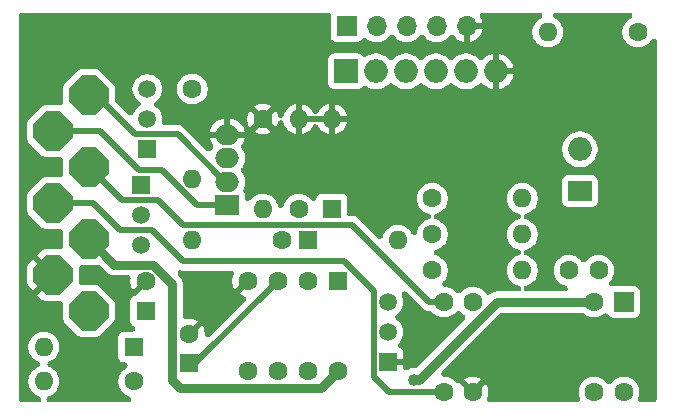
<source format=gbr>
G04 #@! TF.GenerationSoftware,KiCad,Pcbnew,9.0.0*
G04 #@! TF.CreationDate,2025-04-22T10:43:32+02:00*
G04 #@! TF.ProjectId,KnurCAN_V2,4b6e7572-4341-44e5-9f56-322e6b696361,rev?*
G04 #@! TF.SameCoordinates,Original*
G04 #@! TF.FileFunction,Copper,L1,Top*
G04 #@! TF.FilePolarity,Positive*
%FSLAX46Y46*%
G04 Gerber Fmt 4.6, Leading zero omitted, Abs format (unit mm)*
G04 Created by KiCad (PCBNEW 9.0.0) date 2025-04-22 10:43:32*
%MOMM*%
%LPD*%
G01*
G04 APERTURE LIST*
G04 Aperture macros list*
%AMRoundRect*
0 Rectangle with rounded corners*
0 $1 Rounding radius*
0 $2 $3 $4 $5 $6 $7 $8 $9 X,Y pos of 4 corners*
0 Add a 4 corners polygon primitive as box body*
4,1,4,$2,$3,$4,$5,$6,$7,$8,$9,$2,$3,0*
0 Add four circle primitives for the rounded corners*
1,1,$1+$1,$2,$3*
1,1,$1+$1,$4,$5*
1,1,$1+$1,$6,$7*
1,1,$1+$1,$8,$9*
0 Add four rect primitives between the rounded corners*
20,1,$1+$1,$2,$3,$4,$5,0*
20,1,$1+$1,$4,$5,$6,$7,0*
20,1,$1+$1,$6,$7,$8,$9,0*
20,1,$1+$1,$8,$9,$2,$3,0*%
%AMOutline5P*
0 Free polygon, 5 corners , with rotation*
0 The origin of the aperture is its center*
0 number of corners: always 5*
0 $1 to $10 corner X, Y*
0 $11 Rotation angle, in degrees counterclockwise*
0 create outline with 5 corners*
4,1,5,$1,$2,$3,$4,$5,$6,$7,$8,$9,$10,$1,$2,$11*%
%AMOutline6P*
0 Free polygon, 6 corners , with rotation*
0 The origin of the aperture is its center*
0 number of corners: always 6*
0 $1 to $12 corner X, Y*
0 $13 Rotation angle, in degrees counterclockwise*
0 create outline with 6 corners*
4,1,6,$1,$2,$3,$4,$5,$6,$7,$8,$9,$10,$11,$12,$1,$2,$13*%
%AMOutline7P*
0 Free polygon, 7 corners , with rotation*
0 The origin of the aperture is its center*
0 number of corners: always 7*
0 $1 to $14 corner X, Y*
0 $15 Rotation angle, in degrees counterclockwise*
0 create outline with 7 corners*
4,1,7,$1,$2,$3,$4,$5,$6,$7,$8,$9,$10,$11,$12,$13,$14,$1,$2,$15*%
%AMOutline8P*
0 Free polygon, 8 corners , with rotation*
0 The origin of the aperture is its center*
0 number of corners: always 8*
0 $1 to $16 corner X, Y*
0 $17 Rotation angle, in degrees counterclockwise*
0 create outline with 8 corners*
4,1,8,$1,$2,$3,$4,$5,$6,$7,$8,$9,$10,$11,$12,$13,$14,$15,$16,$1,$2,$17*%
G04 Aperture macros list end*
G04 #@! TA.AperFunction,ComponentPad*
%ADD10C,1.600000*%
G04 #@! TD*
G04 #@! TA.AperFunction,ComponentPad*
%ADD11O,1.600000X1.600000*%
G04 #@! TD*
G04 #@! TA.AperFunction,ComponentPad*
%ADD12R,1.500000X1.500000*%
G04 #@! TD*
G04 #@! TA.AperFunction,ComponentPad*
%ADD13C,1.500000*%
G04 #@! TD*
G04 #@! TA.AperFunction,ComponentPad*
%ADD14R,1.700000X1.700000*%
G04 #@! TD*
G04 #@! TA.AperFunction,ComponentPad*
%ADD15O,1.700000X1.700000*%
G04 #@! TD*
G04 #@! TA.AperFunction,ComponentPad*
%ADD16R,1.600000X1.600000*%
G04 #@! TD*
G04 #@! TA.AperFunction,ComponentPad*
%ADD17RoundRect,0.250000X-0.550000X0.550000X-0.550000X-0.550000X0.550000X-0.550000X0.550000X0.550000X0*%
G04 #@! TD*
G04 #@! TA.AperFunction,ComponentPad*
%ADD18Outline8P,-1.600000X0.800000X-0.800000X1.600000X0.800000X1.600000X1.600000X0.800000X1.600000X-0.800000X0.800000X-1.600000X-0.800000X-1.600000X-1.600000X-0.800000X135.000000*%
G04 #@! TD*
G04 #@! TA.AperFunction,ComponentPad*
%ADD19R,2.000000X2.000000*%
G04 #@! TD*
G04 #@! TA.AperFunction,ComponentPad*
%ADD20O,2.000000X2.000000*%
G04 #@! TD*
G04 #@! TA.AperFunction,ComponentPad*
%ADD21R,2.000000X1.700000*%
G04 #@! TD*
G04 #@! TA.AperFunction,ComponentPad*
%ADD22O,2.000000X1.700000*%
G04 #@! TD*
G04 #@! TA.AperFunction,ViaPad*
%ADD23C,1.016000*%
G04 #@! TD*
G04 #@! TA.AperFunction,Conductor*
%ADD24C,0.762000*%
G04 #@! TD*
G04 #@! TA.AperFunction,Conductor*
%ADD25C,0.508000*%
G04 #@! TD*
G04 APERTURE END LIST*
D10*
X83693000Y-84201000D03*
D11*
X91313000Y-84201000D03*
D10*
X83693000Y-87249000D03*
D11*
X91313000Y-87249000D03*
D12*
X59563000Y-76962000D03*
D13*
X59563000Y-74422000D03*
X59563000Y-71882000D03*
D14*
X76454000Y-66548000D03*
D15*
X78994000Y-66548000D03*
X81534000Y-66548000D03*
X84074000Y-66548000D03*
X86614000Y-66548000D03*
D10*
X58420000Y-96647000D03*
D11*
X50800000Y-96647000D03*
D16*
X59436000Y-90678000D03*
D10*
X59436000Y-88178000D03*
D17*
X75692000Y-88138000D03*
D10*
X73152000Y-88138000D03*
X70612000Y-88138000D03*
X68072000Y-88138000D03*
X68072000Y-95758000D03*
X70612000Y-95758000D03*
X73152000Y-95758000D03*
X75692000Y-95758000D03*
D16*
X58420000Y-93726000D03*
D11*
X50800000Y-93726000D03*
D10*
X63373000Y-71882000D03*
D11*
X63373000Y-79502000D03*
D14*
X99922000Y-89916000D03*
D10*
X97382000Y-89916000D03*
X87122000Y-89916000D03*
X84682000Y-89916000D03*
X84682000Y-97536000D03*
X87122000Y-97536000D03*
X97382000Y-97536000D03*
X99922000Y-97536000D03*
D18*
X54610000Y-90678000D03*
X51562000Y-87630000D03*
X54610000Y-84582000D03*
X51562000Y-81534000D03*
X54610000Y-78486000D03*
X51562000Y-75438000D03*
X54610000Y-72390000D03*
D10*
X95270000Y-87249000D03*
X97770000Y-87249000D03*
X69342000Y-74422000D03*
D11*
X69342000Y-82042000D03*
D16*
X75184000Y-82042000D03*
D11*
X75184000Y-74422000D03*
D12*
X59055000Y-80010000D03*
D13*
X59055000Y-82550000D03*
X59055000Y-85090000D03*
D10*
X70993000Y-84709000D03*
D11*
X63373000Y-84709000D03*
D16*
X63119000Y-95123000D03*
D10*
X63119000Y-92623000D03*
X101092000Y-67056000D03*
D11*
X93472000Y-67056000D03*
D10*
X72390000Y-82042000D03*
D11*
X72390000Y-74422000D03*
D10*
X83693000Y-81153000D03*
D11*
X91313000Y-81153000D03*
D19*
X76390000Y-70380000D03*
D20*
X78930000Y-70380000D03*
X81470000Y-70380000D03*
X84010000Y-70380000D03*
X86550000Y-70380000D03*
X89090000Y-70380000D03*
D21*
X96190000Y-80520000D03*
D20*
X96190000Y-76980000D03*
D21*
X66330000Y-81740000D03*
D22*
X66330000Y-79740000D03*
X66330000Y-77740000D03*
X66330000Y-75740000D03*
D16*
X73152000Y-84709000D03*
D11*
X80772000Y-84709000D03*
D12*
X79982000Y-94996000D03*
D13*
X79982000Y-92456000D03*
X79982000Y-89916000D03*
D23*
X82169000Y-96520000D03*
D24*
X82169000Y-96520000D02*
X82548811Y-96520000D01*
X82548811Y-96520000D02*
X89152811Y-89916000D01*
X62318000Y-97194000D02*
X74256000Y-97194000D01*
X61683000Y-96559000D02*
X62318000Y-97194000D01*
X74256000Y-97194000D02*
X75692000Y-95758000D01*
X89152811Y-89916000D02*
X97382000Y-89916000D01*
X54610000Y-84582000D02*
X56770000Y-86742000D01*
X56770000Y-86742000D02*
X60030811Y-86742000D01*
X60030811Y-86742000D02*
X61683000Y-88394189D01*
X61683000Y-88394189D02*
X61683000Y-96559000D01*
D25*
X55245000Y-72390000D02*
X58547000Y-75692000D01*
X54610000Y-72390000D02*
X55245000Y-72390000D01*
X58547000Y-75692000D02*
X62132000Y-75692000D01*
X66180000Y-79740000D02*
X66330000Y-79740000D01*
X62132000Y-75692000D02*
X66180000Y-79740000D01*
X57415000Y-81291000D02*
X60463000Y-81291000D01*
X54610000Y-78486000D02*
X57415000Y-81291000D01*
X62572000Y-83400000D02*
X76923000Y-83400000D01*
X60463000Y-81291000D02*
X62572000Y-83400000D01*
X83439000Y-89916000D02*
X84682000Y-89916000D01*
X76923000Y-83400000D02*
X83439000Y-89916000D01*
X55521000Y-75438000D02*
X58834000Y-78751000D01*
X58834000Y-78751000D02*
X60770794Y-78751000D01*
X51562000Y-75438000D02*
X55521000Y-75438000D01*
X60770794Y-78751000D02*
X63759794Y-81740000D01*
X63759794Y-81740000D02*
X66330000Y-81740000D01*
X63627000Y-95123000D02*
X70612000Y-88138000D01*
X63119000Y-95123000D02*
X63627000Y-95123000D01*
X62611000Y-86487000D02*
X76221316Y-86487000D01*
X54991000Y-81534000D02*
X57288000Y-83831000D01*
X51562000Y-81534000D02*
X54991000Y-81534000D01*
X78723000Y-96255000D02*
X80004000Y-97536000D01*
X76221316Y-86487000D02*
X78723000Y-88988684D01*
X57288000Y-83831000D02*
X59955000Y-83831000D01*
X59955000Y-83831000D02*
X62611000Y-86487000D01*
X78723000Y-88988684D02*
X78723000Y-96255000D01*
X80004000Y-97536000D02*
X84682000Y-97536000D01*
G04 #@! TA.AperFunction,Conductor*
G36*
X74863920Y-74176394D02*
G01*
X74811259Y-74267606D01*
X74784000Y-74369339D01*
X74784000Y-74474661D01*
X74811259Y-74576394D01*
X74863920Y-74667606D01*
X74872314Y-74676000D01*
X72701686Y-74676000D01*
X72710080Y-74667606D01*
X72762741Y-74576394D01*
X72790000Y-74474661D01*
X72790000Y-74369339D01*
X72762741Y-74267606D01*
X72710080Y-74176394D01*
X72701686Y-74168000D01*
X74872314Y-74168000D01*
X74863920Y-74176394D01*
G37*
G04 #@! TD.AperFunction*
G04 #@! TA.AperFunction,Conductor*
G36*
X74939319Y-65427758D02*
G01*
X75021398Y-65482602D01*
X75076242Y-65564681D01*
X75095500Y-65661500D01*
X75095500Y-67446634D01*
X75095501Y-67446654D01*
X75102009Y-67507196D01*
X75102011Y-67507201D01*
X75153111Y-67644204D01*
X75153112Y-67644205D01*
X75153113Y-67644208D01*
X75240737Y-67761259D01*
X75240740Y-67761262D01*
X75357791Y-67848886D01*
X75357792Y-67848886D01*
X75357796Y-67848889D01*
X75494799Y-67899989D01*
X75494802Y-67899989D01*
X75494804Y-67899990D01*
X75494802Y-67899990D01*
X75543065Y-67905178D01*
X75555362Y-67906500D01*
X75555365Y-67906500D01*
X77352635Y-67906500D01*
X77352638Y-67906500D01*
X77375479Y-67904044D01*
X77413196Y-67899990D01*
X77413197Y-67899989D01*
X77413201Y-67899989D01*
X77550204Y-67848889D01*
X77667261Y-67761261D01*
X77754889Y-67644204D01*
X77754889Y-67644202D01*
X77759258Y-67638367D01*
X77832696Y-67572401D01*
X77925789Y-67539559D01*
X78024363Y-67544843D01*
X78110504Y-67585302D01*
X78168471Y-67627417D01*
X78281991Y-67709894D01*
X78281995Y-67709896D01*
X78282000Y-67709899D01*
X78472506Y-67806967D01*
X78472512Y-67806970D01*
X78472514Y-67806970D01*
X78472517Y-67806972D01*
X78675884Y-67873049D01*
X78887084Y-67906500D01*
X78887086Y-67906500D01*
X79100914Y-67906500D01*
X79100916Y-67906500D01*
X79312116Y-67873049D01*
X79515483Y-67806972D01*
X79706009Y-67709894D01*
X79879004Y-67584206D01*
X80030206Y-67433004D01*
X80059319Y-67392932D01*
X80131807Y-67325926D01*
X80224421Y-67291758D01*
X80323060Y-67295633D01*
X80412709Y-67336961D01*
X80468680Y-67392932D01*
X80497551Y-67432670D01*
X80497794Y-67433004D01*
X80648996Y-67584206D01*
X80821988Y-67709892D01*
X80822000Y-67709899D01*
X81012506Y-67806967D01*
X81012512Y-67806970D01*
X81012514Y-67806970D01*
X81012517Y-67806972D01*
X81215884Y-67873049D01*
X81427084Y-67906500D01*
X81427086Y-67906500D01*
X81640914Y-67906500D01*
X81640916Y-67906500D01*
X81852116Y-67873049D01*
X82055483Y-67806972D01*
X82246009Y-67709894D01*
X82419004Y-67584206D01*
X82570206Y-67433004D01*
X82599319Y-67392932D01*
X82671807Y-67325926D01*
X82764421Y-67291758D01*
X82863060Y-67295633D01*
X82952709Y-67336961D01*
X83008680Y-67392932D01*
X83037551Y-67432670D01*
X83037794Y-67433004D01*
X83188996Y-67584206D01*
X83361988Y-67709892D01*
X83362000Y-67709899D01*
X83552506Y-67806967D01*
X83552512Y-67806970D01*
X83552514Y-67806970D01*
X83552517Y-67806972D01*
X83755884Y-67873049D01*
X83967084Y-67906500D01*
X83967086Y-67906500D01*
X84180914Y-67906500D01*
X84180916Y-67906500D01*
X84392116Y-67873049D01*
X84595483Y-67806972D01*
X84786009Y-67709894D01*
X84959004Y-67584206D01*
X85110206Y-67433004D01*
X85139627Y-67392508D01*
X85212114Y-67325501D01*
X85304728Y-67291332D01*
X85403368Y-67295207D01*
X85493016Y-67336534D01*
X85548988Y-67392505D01*
X85578171Y-67432670D01*
X85578177Y-67432678D01*
X85729320Y-67583821D01*
X85902257Y-67709468D01*
X86092708Y-67806507D01*
X86296004Y-67872561D01*
X86359999Y-67882697D01*
X86360000Y-67882697D01*
X86360000Y-66978702D01*
X86421007Y-67013925D01*
X86548174Y-67048000D01*
X86679826Y-67048000D01*
X86806993Y-67013925D01*
X86868000Y-66978702D01*
X86868000Y-67882697D01*
X86931995Y-67872561D01*
X87135291Y-67806507D01*
X87325742Y-67709468D01*
X87498679Y-67583821D01*
X87649821Y-67432679D01*
X87775468Y-67259742D01*
X87872507Y-67069291D01*
X87938561Y-66865996D01*
X87948698Y-66802000D01*
X87044703Y-66802000D01*
X87079925Y-66740993D01*
X87114000Y-66613826D01*
X87114000Y-66482174D01*
X87079925Y-66355007D01*
X87044703Y-66294000D01*
X87948698Y-66294000D01*
X87948698Y-66293999D01*
X87938561Y-66230003D01*
X87872507Y-66026708D01*
X87775468Y-65836257D01*
X87775465Y-65836252D01*
X87756544Y-65810209D01*
X87715216Y-65720561D01*
X87711341Y-65621921D01*
X87745509Y-65529307D01*
X87812517Y-65456818D01*
X87902165Y-65415490D01*
X87961226Y-65408500D01*
X92769362Y-65408500D01*
X92866181Y-65427758D01*
X92948260Y-65482602D01*
X93003104Y-65564681D01*
X93022362Y-65661500D01*
X93003104Y-65758319D01*
X92948260Y-65840398D01*
X92884221Y-65886925D01*
X92786202Y-65936867D01*
X92619569Y-66057932D01*
X92473932Y-66203569D01*
X92352867Y-66370202D01*
X92259368Y-66553705D01*
X92259365Y-66553712D01*
X92195720Y-66749591D01*
X92163500Y-66953017D01*
X92163500Y-67158982D01*
X92195720Y-67362408D01*
X92259365Y-67558287D01*
X92259368Y-67558294D01*
X92352867Y-67741797D01*
X92352870Y-67741801D01*
X92352871Y-67741803D01*
X92473932Y-67908430D01*
X92619570Y-68054068D01*
X92786197Y-68175129D01*
X92786199Y-68175130D01*
X92786202Y-68175132D01*
X92877953Y-68221881D01*
X92969710Y-68268634D01*
X93165592Y-68332280D01*
X93369019Y-68364500D01*
X93369021Y-68364500D01*
X93574979Y-68364500D01*
X93574981Y-68364500D01*
X93778408Y-68332280D01*
X93974290Y-68268634D01*
X94157803Y-68175129D01*
X94324430Y-68054068D01*
X94470068Y-67908430D01*
X94591129Y-67741803D01*
X94684634Y-67558290D01*
X94748280Y-67362408D01*
X94780500Y-67158981D01*
X94780500Y-66953019D01*
X94748280Y-66749592D01*
X94684634Y-66553710D01*
X94625704Y-66438054D01*
X94591132Y-66370202D01*
X94591130Y-66370199D01*
X94591129Y-66370197D01*
X94470068Y-66203570D01*
X94324430Y-66057932D01*
X94157803Y-65936871D01*
X94157801Y-65936870D01*
X94157797Y-65936867D01*
X94059779Y-65886925D01*
X93982255Y-65825810D01*
X93934021Y-65739681D01*
X93922418Y-65641650D01*
X93949213Y-65546641D01*
X94010328Y-65469117D01*
X94096457Y-65420883D01*
X94174638Y-65408500D01*
X100389362Y-65408500D01*
X100486181Y-65427758D01*
X100568260Y-65482602D01*
X100623104Y-65564681D01*
X100642362Y-65661500D01*
X100623104Y-65758319D01*
X100568260Y-65840398D01*
X100504221Y-65886925D01*
X100406202Y-65936867D01*
X100239569Y-66057932D01*
X100093932Y-66203569D01*
X99972867Y-66370202D01*
X99879368Y-66553705D01*
X99879365Y-66553712D01*
X99815720Y-66749591D01*
X99783500Y-66953017D01*
X99783500Y-67158982D01*
X99815720Y-67362408D01*
X99879365Y-67558287D01*
X99879368Y-67558294D01*
X99972867Y-67741797D01*
X99972870Y-67741801D01*
X99972871Y-67741803D01*
X100093932Y-67908430D01*
X100239570Y-68054068D01*
X100406197Y-68175129D01*
X100406199Y-68175130D01*
X100406202Y-68175132D01*
X100497953Y-68221881D01*
X100589710Y-68268634D01*
X100785592Y-68332280D01*
X100989019Y-68364500D01*
X100989021Y-68364500D01*
X101194979Y-68364500D01*
X101194981Y-68364500D01*
X101398408Y-68332280D01*
X101594290Y-68268634D01*
X101777803Y-68175129D01*
X101944430Y-68054068D01*
X102090068Y-67908430D01*
X102211129Y-67741803D01*
X102212059Y-67739976D01*
X102213074Y-67737987D01*
X102214842Y-67735743D01*
X102216329Y-67733318D01*
X102216615Y-67733493D01*
X102274187Y-67660463D01*
X102360315Y-67612227D01*
X102458346Y-67600623D01*
X102553356Y-67627417D01*
X102630880Y-67688530D01*
X102679116Y-67774658D01*
X102691500Y-67852843D01*
X102691500Y-98138500D01*
X102672242Y-98235319D01*
X102617398Y-98317398D01*
X102535319Y-98372242D01*
X102438500Y-98391500D01*
X101366970Y-98391500D01*
X101270151Y-98372242D01*
X101188072Y-98317398D01*
X101133228Y-98235319D01*
X101113970Y-98138500D01*
X101131994Y-98047883D01*
X101131562Y-98047743D01*
X101132748Y-98044090D01*
X101133228Y-98041681D01*
X101133230Y-98041677D01*
X101134626Y-98038305D01*
X101134634Y-98038290D01*
X101198280Y-97842408D01*
X101230500Y-97638981D01*
X101230500Y-97433019D01*
X101198280Y-97229592D01*
X101134634Y-97033710D01*
X101054852Y-96877129D01*
X101041132Y-96850202D01*
X101041130Y-96850199D01*
X101041129Y-96850197D01*
X100920068Y-96683570D01*
X100774430Y-96537932D01*
X100607803Y-96416871D01*
X100607801Y-96416870D01*
X100607797Y-96416867D01*
X100424294Y-96323368D01*
X100424293Y-96323367D01*
X100424290Y-96323366D01*
X100366226Y-96304500D01*
X100228408Y-96259720D01*
X100024982Y-96227500D01*
X100024981Y-96227500D01*
X99819019Y-96227500D01*
X99819017Y-96227500D01*
X99615591Y-96259720D01*
X99419712Y-96323365D01*
X99419705Y-96323368D01*
X99236202Y-96416867D01*
X99069569Y-96537932D01*
X98923932Y-96683570D01*
X98923931Y-96683570D01*
X98856681Y-96776133D01*
X98784192Y-96843141D01*
X98691578Y-96877308D01*
X98592938Y-96873433D01*
X98503290Y-96832104D01*
X98447319Y-96776133D01*
X98380068Y-96683570D01*
X98234430Y-96537932D01*
X98151132Y-96477413D01*
X98067803Y-96416871D01*
X98067801Y-96416870D01*
X98067797Y-96416867D01*
X97884294Y-96323368D01*
X97884293Y-96323367D01*
X97884290Y-96323366D01*
X97826226Y-96304500D01*
X97688408Y-96259720D01*
X97484982Y-96227500D01*
X97484981Y-96227500D01*
X97279019Y-96227500D01*
X97279017Y-96227500D01*
X97075591Y-96259720D01*
X96879712Y-96323365D01*
X96879705Y-96323368D01*
X96696202Y-96416867D01*
X96529569Y-96537932D01*
X96383932Y-96683569D01*
X96262867Y-96850202D01*
X96169368Y-97033705D01*
X96169365Y-97033712D01*
X96105720Y-97229591D01*
X96073500Y-97433017D01*
X96073500Y-97638982D01*
X96105720Y-97842408D01*
X96169364Y-98038284D01*
X96170770Y-98041677D01*
X96171248Y-98044081D01*
X96172438Y-98047743D01*
X96172004Y-98047883D01*
X96190030Y-98138495D01*
X96170773Y-98235315D01*
X96115931Y-98317395D01*
X96033853Y-98372240D01*
X95937035Y-98391500D01*
X88566429Y-98391500D01*
X88469610Y-98372242D01*
X88387531Y-98317398D01*
X88332687Y-98235319D01*
X88313429Y-98138500D01*
X88331493Y-98047680D01*
X88331100Y-98047553D01*
X88332180Y-98044227D01*
X88332687Y-98041681D01*
X88332692Y-98041670D01*
X88334173Y-98038094D01*
X88397793Y-97842289D01*
X88429999Y-97638943D01*
X88430000Y-97638940D01*
X88430000Y-97433060D01*
X88429999Y-97433056D01*
X88397793Y-97229710D01*
X88334172Y-97033904D01*
X88240704Y-96850462D01*
X88240701Y-96850457D01*
X88209583Y-96807625D01*
X87522000Y-97495208D01*
X87522000Y-97483339D01*
X87494741Y-97381606D01*
X87442080Y-97290394D01*
X87367606Y-97215920D01*
X87276394Y-97163259D01*
X87174661Y-97136000D01*
X87162788Y-97136000D01*
X87850372Y-96448415D01*
X87807541Y-96417297D01*
X87624095Y-96323827D01*
X87428289Y-96260206D01*
X87224943Y-96228000D01*
X87019056Y-96228000D01*
X86815710Y-96260206D01*
X86619901Y-96323828D01*
X86436462Y-96417295D01*
X86436456Y-96417299D01*
X86393625Y-96448415D01*
X87081210Y-97136000D01*
X87069339Y-97136000D01*
X86967606Y-97163259D01*
X86876394Y-97215920D01*
X86801920Y-97290394D01*
X86749259Y-97381606D01*
X86722000Y-97483339D01*
X86722000Y-97495210D01*
X86034415Y-96807625D01*
X85925741Y-96816179D01*
X85827710Y-96804577D01*
X85741581Y-96756342D01*
X85701207Y-96712666D01*
X85680068Y-96683570D01*
X85534430Y-96537932D01*
X85367803Y-96416871D01*
X85367801Y-96416870D01*
X85367797Y-96416867D01*
X85184294Y-96323368D01*
X85184293Y-96323367D01*
X85184290Y-96323366D01*
X85126226Y-96304500D01*
X84988408Y-96259720D01*
X84784982Y-96227500D01*
X84784981Y-96227500D01*
X84710050Y-96227500D01*
X84613231Y-96208242D01*
X84531152Y-96153398D01*
X84476308Y-96071319D01*
X84457050Y-95974500D01*
X84476308Y-95877681D01*
X84531152Y-95795602D01*
X89447152Y-90879602D01*
X89529231Y-90824758D01*
X89626050Y-90805500D01*
X96316206Y-90805500D01*
X96413025Y-90824758D01*
X96495104Y-90879602D01*
X96529570Y-90914068D01*
X96696197Y-91035129D01*
X96696199Y-91035130D01*
X96696202Y-91035132D01*
X96775366Y-91075468D01*
X96879710Y-91128634D01*
X97075592Y-91192280D01*
X97279019Y-91224500D01*
X97279021Y-91224500D01*
X97484979Y-91224500D01*
X97484981Y-91224500D01*
X97688408Y-91192280D01*
X97884290Y-91128634D01*
X98067803Y-91035129D01*
X98234430Y-90914068D01*
X98234434Y-90914063D01*
X98240476Y-90909674D01*
X98330124Y-90868345D01*
X98428764Y-90864470D01*
X98521378Y-90898637D01*
X98593867Y-90965645D01*
X98610818Y-90997214D01*
X98612442Y-90996328D01*
X98621111Y-91012205D01*
X98708737Y-91129259D01*
X98708740Y-91129262D01*
X98825791Y-91216886D01*
X98825792Y-91216886D01*
X98825796Y-91216889D01*
X98962799Y-91267989D01*
X98962802Y-91267989D01*
X98962804Y-91267990D01*
X98962802Y-91267990D01*
X99011065Y-91273178D01*
X99023362Y-91274500D01*
X99023365Y-91274500D01*
X100820635Y-91274500D01*
X100820638Y-91274500D01*
X100843479Y-91272044D01*
X100881196Y-91267990D01*
X100881197Y-91267989D01*
X100881201Y-91267989D01*
X101018204Y-91216889D01*
X101135261Y-91129261D01*
X101222889Y-91012204D01*
X101273989Y-90875201D01*
X101280500Y-90814638D01*
X101280500Y-89017362D01*
X101277474Y-88989216D01*
X101273990Y-88956803D01*
X101272347Y-88952398D01*
X101222889Y-88819796D01*
X101222886Y-88819792D01*
X101222886Y-88819791D01*
X101135262Y-88702740D01*
X101135259Y-88702737D01*
X101018208Y-88615113D01*
X101018205Y-88615112D01*
X101018204Y-88615111D01*
X100881201Y-88564011D01*
X100881200Y-88564010D01*
X100881195Y-88564009D01*
X100881197Y-88564009D01*
X100820654Y-88557501D01*
X100820640Y-88557500D01*
X100820638Y-88557500D01*
X99023362Y-88557500D01*
X99023359Y-88557500D01*
X99023345Y-88557501D01*
X98947063Y-88565702D01*
X98946804Y-88563299D01*
X98870539Y-88566022D01*
X98778048Y-88531522D01*
X98705799Y-88464254D01*
X98664793Y-88374459D01*
X98661271Y-88275806D01*
X98695771Y-88183315D01*
X98732113Y-88137384D01*
X98768068Y-88101430D01*
X98889129Y-87934803D01*
X98982634Y-87751290D01*
X99046280Y-87555408D01*
X99078500Y-87351981D01*
X99078500Y-87146019D01*
X99046280Y-86942592D01*
X98982634Y-86746710D01*
X98889129Y-86563197D01*
X98768068Y-86396570D01*
X98622430Y-86250932D01*
X98455803Y-86129871D01*
X98455801Y-86129870D01*
X98455797Y-86129867D01*
X98272294Y-86036368D01*
X98272293Y-86036367D01*
X98272290Y-86036366D01*
X98214226Y-86017500D01*
X98076408Y-85972720D01*
X97872982Y-85940500D01*
X97872981Y-85940500D01*
X97667019Y-85940500D01*
X97667017Y-85940500D01*
X97463591Y-85972720D01*
X97267712Y-86036365D01*
X97267705Y-86036368D01*
X97084202Y-86129867D01*
X96917569Y-86250932D01*
X96771932Y-86396570D01*
X96771931Y-86396571D01*
X96724681Y-86461605D01*
X96652192Y-86528613D01*
X96559578Y-86562780D01*
X96460938Y-86558904D01*
X96371290Y-86517576D01*
X96315319Y-86461605D01*
X96295139Y-86433830D01*
X96268068Y-86396570D01*
X96122430Y-86250932D01*
X95955803Y-86129871D01*
X95955801Y-86129870D01*
X95955797Y-86129867D01*
X95772294Y-86036368D01*
X95772293Y-86036367D01*
X95772290Y-86036366D01*
X95714226Y-86017500D01*
X95576408Y-85972720D01*
X95372982Y-85940500D01*
X95372981Y-85940500D01*
X95167019Y-85940500D01*
X95167017Y-85940500D01*
X94963591Y-85972720D01*
X94767712Y-86036365D01*
X94767705Y-86036368D01*
X94584202Y-86129867D01*
X94417569Y-86250932D01*
X94271932Y-86396569D01*
X94150867Y-86563202D01*
X94057368Y-86746705D01*
X94057365Y-86746712D01*
X93993720Y-86942591D01*
X93961500Y-87146017D01*
X93961500Y-87351982D01*
X93993720Y-87555408D01*
X94057365Y-87751287D01*
X94057368Y-87751294D01*
X94150867Y-87934797D01*
X94150870Y-87934801D01*
X94150871Y-87934803D01*
X94271932Y-88101430D01*
X94417570Y-88247068D01*
X94584197Y-88368129D01*
X94584199Y-88368130D01*
X94584202Y-88368132D01*
X94614572Y-88383606D01*
X94767710Y-88461634D01*
X94918846Y-88510741D01*
X94963592Y-88525280D01*
X94972797Y-88527490D01*
X95062445Y-88568817D01*
X95129454Y-88641305D01*
X95163623Y-88733919D01*
X95159748Y-88832559D01*
X95118421Y-88922207D01*
X95045933Y-88989216D01*
X94953319Y-89023385D01*
X94913738Y-89026500D01*
X91669262Y-89026500D01*
X91572443Y-89007242D01*
X91490364Y-88952398D01*
X91435520Y-88870319D01*
X91416262Y-88773500D01*
X91435520Y-88676681D01*
X91490364Y-88594602D01*
X91572443Y-88539758D01*
X91610203Y-88527490D01*
X91619405Y-88525280D01*
X91619408Y-88525280D01*
X91815290Y-88461634D01*
X91998803Y-88368129D01*
X92165430Y-88247068D01*
X92311068Y-88101430D01*
X92432129Y-87934803D01*
X92525634Y-87751290D01*
X92589280Y-87555408D01*
X92621500Y-87351981D01*
X92621500Y-87146019D01*
X92589280Y-86942592D01*
X92525634Y-86746710D01*
X92432129Y-86563197D01*
X92311068Y-86396570D01*
X92165430Y-86250932D01*
X91998803Y-86129871D01*
X91998801Y-86129870D01*
X91998797Y-86129867D01*
X91815294Y-86036368D01*
X91815293Y-86036367D01*
X91815290Y-86036366D01*
X91815287Y-86036365D01*
X91619412Y-85972721D01*
X91612288Y-85971011D01*
X91522639Y-85929685D01*
X91455629Y-85857197D01*
X91421460Y-85764584D01*
X91425333Y-85665944D01*
X91466659Y-85576295D01*
X91539147Y-85509285D01*
X91612288Y-85478989D01*
X91619395Y-85477282D01*
X91619408Y-85477280D01*
X91815290Y-85413634D01*
X91998803Y-85320129D01*
X92165430Y-85199068D01*
X92311068Y-85053430D01*
X92432129Y-84886803D01*
X92525634Y-84703290D01*
X92589280Y-84507408D01*
X92621500Y-84303981D01*
X92621500Y-84098019D01*
X92589280Y-83894592D01*
X92525634Y-83698710D01*
X92478881Y-83606953D01*
X92432132Y-83515202D01*
X92432130Y-83515199D01*
X92432129Y-83515197D01*
X92311068Y-83348570D01*
X92165430Y-83202932D01*
X91998803Y-83081871D01*
X91998801Y-83081870D01*
X91998797Y-83081867D01*
X91815294Y-82988368D01*
X91815293Y-82988367D01*
X91815290Y-82988366D01*
X91815287Y-82988365D01*
X91619412Y-82924721D01*
X91612288Y-82923011D01*
X91522639Y-82881685D01*
X91455629Y-82809197D01*
X91421460Y-82716584D01*
X91425333Y-82617944D01*
X91466659Y-82528295D01*
X91539147Y-82461285D01*
X91612288Y-82430989D01*
X91619395Y-82429282D01*
X91619408Y-82429280D01*
X91815290Y-82365634D01*
X91998803Y-82272129D01*
X92165430Y-82151068D01*
X92311068Y-82005430D01*
X92432129Y-81838803D01*
X92525634Y-81655290D01*
X92589280Y-81459408D01*
X92621500Y-81255981D01*
X92621500Y-81050019D01*
X92589280Y-80846592D01*
X92525634Y-80650710D01*
X92432129Y-80467197D01*
X92311068Y-80300570D01*
X92165430Y-80154932D01*
X91998803Y-80033871D01*
X91998801Y-80033870D01*
X91998797Y-80033867D01*
X91815294Y-79940368D01*
X91815293Y-79940367D01*
X91815290Y-79940366D01*
X91619408Y-79876720D01*
X91542078Y-79864472D01*
X91415982Y-79844500D01*
X91415981Y-79844500D01*
X91210019Y-79844500D01*
X91210017Y-79844500D01*
X91006591Y-79876720D01*
X90810712Y-79940365D01*
X90810705Y-79940368D01*
X90627202Y-80033867D01*
X90460569Y-80154932D01*
X90314932Y-80300569D01*
X90193867Y-80467202D01*
X90100368Y-80650705D01*
X90100365Y-80650712D01*
X90036720Y-80846591D01*
X90004500Y-81050017D01*
X90004500Y-81255982D01*
X90036720Y-81459408D01*
X90100365Y-81655287D01*
X90100368Y-81655294D01*
X90193867Y-81838797D01*
X90193870Y-81838801D01*
X90193871Y-81838803D01*
X90314932Y-82005430D01*
X90460570Y-82151068D01*
X90627197Y-82272129D01*
X90627199Y-82272130D01*
X90627202Y-82272132D01*
X90718953Y-82318881D01*
X90810710Y-82365634D01*
X90964853Y-82415718D01*
X91006592Y-82429280D01*
X91013714Y-82430990D01*
X91103363Y-82472317D01*
X91170372Y-82544806D01*
X91204540Y-82637420D01*
X91200665Y-82736059D01*
X91159338Y-82825708D01*
X91086849Y-82892717D01*
X91013714Y-82923010D01*
X91006592Y-82924719D01*
X90810712Y-82988365D01*
X90810705Y-82988368D01*
X90627202Y-83081867D01*
X90460569Y-83202932D01*
X90314932Y-83348569D01*
X90193867Y-83515202D01*
X90100368Y-83698705D01*
X90100365Y-83698712D01*
X90036720Y-83894591D01*
X90004500Y-84098017D01*
X90004500Y-84303982D01*
X90036720Y-84507408D01*
X90100365Y-84703287D01*
X90100368Y-84703294D01*
X90193867Y-84886797D01*
X90193870Y-84886801D01*
X90193871Y-84886803D01*
X90314932Y-85053430D01*
X90460570Y-85199068D01*
X90627197Y-85320129D01*
X90627199Y-85320130D01*
X90627202Y-85320132D01*
X90657572Y-85335606D01*
X90810710Y-85413634D01*
X90961846Y-85462741D01*
X91006592Y-85477280D01*
X91013714Y-85478990D01*
X91103363Y-85520317D01*
X91170372Y-85592806D01*
X91204540Y-85685420D01*
X91200665Y-85784059D01*
X91159338Y-85873708D01*
X91086849Y-85940717D01*
X91013714Y-85971010D01*
X91006592Y-85972719D01*
X90810712Y-86036365D01*
X90810705Y-86036368D01*
X90627202Y-86129867D01*
X90460569Y-86250932D01*
X90314932Y-86396569D01*
X90193867Y-86563202D01*
X90100368Y-86746705D01*
X90100365Y-86746712D01*
X90036720Y-86942591D01*
X90004500Y-87146017D01*
X90004500Y-87351982D01*
X90036720Y-87555408D01*
X90100365Y-87751287D01*
X90100368Y-87751294D01*
X90193867Y-87934797D01*
X90193870Y-87934801D01*
X90193871Y-87934803D01*
X90314932Y-88101430D01*
X90460570Y-88247068D01*
X90627197Y-88368129D01*
X90627199Y-88368130D01*
X90627202Y-88368132D01*
X90657572Y-88383606D01*
X90810710Y-88461634D01*
X90961846Y-88510741D01*
X91006592Y-88525280D01*
X91015797Y-88527490D01*
X91105445Y-88568817D01*
X91172454Y-88641305D01*
X91206623Y-88733919D01*
X91202748Y-88832559D01*
X91161421Y-88922207D01*
X91088933Y-88989216D01*
X90996319Y-89023385D01*
X90956738Y-89026500D01*
X89240419Y-89026500D01*
X89065202Y-89026500D01*
X89040152Y-89031482D01*
X88964655Y-89046499D01*
X88964656Y-89046500D01*
X88893350Y-89060683D01*
X88893347Y-89060684D01*
X88731476Y-89127733D01*
X88731474Y-89127734D01*
X88658827Y-89176277D01*
X88649583Y-89182454D01*
X88585787Y-89225081D01*
X88577997Y-89232870D01*
X88560087Y-89245463D01*
X88534529Y-89256766D01*
X88511288Y-89272281D01*
X88489820Y-89276541D01*
X88469807Y-89285393D01*
X88441872Y-89286056D01*
X88414460Y-89291496D01*
X88392996Y-89287216D01*
X88371120Y-89287736D01*
X88345058Y-89277658D01*
X88317650Y-89272194D01*
X88299457Y-89260026D01*
X88279047Y-89252134D01*
X88258823Y-89232848D01*
X88235596Y-89217313D01*
X88209897Y-89187210D01*
X88120068Y-89063570D01*
X87974430Y-88917932D01*
X87807803Y-88796871D01*
X87807801Y-88796870D01*
X87807797Y-88796867D01*
X87624294Y-88703368D01*
X87624293Y-88703367D01*
X87624290Y-88703366D01*
X87580845Y-88689250D01*
X87428408Y-88639720D01*
X87224982Y-88607500D01*
X87224981Y-88607500D01*
X87019019Y-88607500D01*
X87019017Y-88607500D01*
X86815591Y-88639720D01*
X86619712Y-88703365D01*
X86619705Y-88703368D01*
X86436202Y-88796867D01*
X86269569Y-88917932D01*
X86123932Y-89063569D01*
X86106682Y-89087313D01*
X86034193Y-89154322D01*
X85941579Y-89188489D01*
X85842939Y-89184614D01*
X85753291Y-89143286D01*
X85697318Y-89087313D01*
X85680067Y-89063569D01*
X85534430Y-88917932D01*
X85429772Y-88841894D01*
X85367803Y-88796871D01*
X85367801Y-88796870D01*
X85367797Y-88796867D01*
X85184294Y-88703368D01*
X85184293Y-88703367D01*
X85184290Y-88703366D01*
X85140845Y-88689250D01*
X84988408Y-88639720D01*
X84911286Y-88627505D01*
X84784981Y-88607500D01*
X84784980Y-88607500D01*
X84784974Y-88607499D01*
X84775869Y-88606782D01*
X84680861Y-88579983D01*
X84603340Y-88518865D01*
X84555109Y-88432734D01*
X84543511Y-88334702D01*
X84570310Y-88239694D01*
X84616830Y-88175667D01*
X84691068Y-88101430D01*
X84812129Y-87934803D01*
X84905634Y-87751290D01*
X84969280Y-87555408D01*
X85001500Y-87351981D01*
X85001500Y-87146019D01*
X84969280Y-86942592D01*
X84905634Y-86746710D01*
X84812129Y-86563197D01*
X84691068Y-86396570D01*
X84545430Y-86250932D01*
X84378803Y-86129871D01*
X84378801Y-86129870D01*
X84378797Y-86129867D01*
X84195294Y-86036368D01*
X84195293Y-86036367D01*
X84195290Y-86036366D01*
X84195287Y-86036365D01*
X83999412Y-85972721D01*
X83992288Y-85971011D01*
X83902639Y-85929685D01*
X83835629Y-85857197D01*
X83801460Y-85764584D01*
X83805333Y-85665944D01*
X83846659Y-85576295D01*
X83919147Y-85509285D01*
X83992288Y-85478989D01*
X83999395Y-85477282D01*
X83999408Y-85477280D01*
X84195290Y-85413634D01*
X84378803Y-85320129D01*
X84545430Y-85199068D01*
X84691068Y-85053430D01*
X84812129Y-84886803D01*
X84905634Y-84703290D01*
X84969280Y-84507408D01*
X85001500Y-84303981D01*
X85001500Y-84098019D01*
X84969280Y-83894592D01*
X84905634Y-83698710D01*
X84858881Y-83606953D01*
X84812132Y-83515202D01*
X84812130Y-83515199D01*
X84812129Y-83515197D01*
X84691068Y-83348570D01*
X84545430Y-83202932D01*
X84378803Y-83081871D01*
X84378801Y-83081870D01*
X84378797Y-83081867D01*
X84195294Y-82988368D01*
X84195293Y-82988367D01*
X84195290Y-82988366D01*
X84195287Y-82988365D01*
X83999412Y-82924721D01*
X83992288Y-82923011D01*
X83902639Y-82881685D01*
X83835629Y-82809197D01*
X83801460Y-82716584D01*
X83805333Y-82617944D01*
X83846659Y-82528295D01*
X83919147Y-82461285D01*
X83992288Y-82430989D01*
X83999395Y-82429282D01*
X83999408Y-82429280D01*
X84195290Y-82365634D01*
X84378803Y-82272129D01*
X84545430Y-82151068D01*
X84691068Y-82005430D01*
X84812129Y-81838803D01*
X84905634Y-81655290D01*
X84969280Y-81459408D01*
X85001500Y-81255981D01*
X85001500Y-81050019D01*
X84969280Y-80846592D01*
X84905634Y-80650710D01*
X84812129Y-80467197D01*
X84691068Y-80300570D01*
X84545430Y-80154932D01*
X84378803Y-80033871D01*
X84378801Y-80033870D01*
X84378797Y-80033867D01*
X84195294Y-79940368D01*
X84195293Y-79940367D01*
X84195290Y-79940366D01*
X83999408Y-79876720D01*
X83922078Y-79864472D01*
X83795982Y-79844500D01*
X83795981Y-79844500D01*
X83590019Y-79844500D01*
X83590017Y-79844500D01*
X83386591Y-79876720D01*
X83190712Y-79940365D01*
X83190705Y-79940368D01*
X83007202Y-80033867D01*
X82840569Y-80154932D01*
X82694932Y-80300569D01*
X82573867Y-80467202D01*
X82480368Y-80650705D01*
X82480365Y-80650712D01*
X82416720Y-80846591D01*
X82384500Y-81050017D01*
X82384500Y-81255982D01*
X82416720Y-81459408D01*
X82480365Y-81655287D01*
X82480368Y-81655294D01*
X82573867Y-81838797D01*
X82573870Y-81838801D01*
X82573871Y-81838803D01*
X82694932Y-82005430D01*
X82840570Y-82151068D01*
X83007197Y-82272129D01*
X83007199Y-82272130D01*
X83007202Y-82272132D01*
X83098953Y-82318881D01*
X83190710Y-82365634D01*
X83344853Y-82415718D01*
X83386592Y-82429280D01*
X83393714Y-82430990D01*
X83483363Y-82472317D01*
X83550372Y-82544806D01*
X83584540Y-82637420D01*
X83580665Y-82736059D01*
X83539338Y-82825708D01*
X83466849Y-82892717D01*
X83393714Y-82923010D01*
X83386592Y-82924719D01*
X83190712Y-82988365D01*
X83190705Y-82988368D01*
X83007202Y-83081867D01*
X82840569Y-83202932D01*
X82694932Y-83348569D01*
X82573867Y-83515202D01*
X82480368Y-83698705D01*
X82480365Y-83698712D01*
X82416720Y-83894589D01*
X82398353Y-84010553D01*
X82364185Y-84103167D01*
X82297176Y-84175655D01*
X82207528Y-84216983D01*
X82108888Y-84220858D01*
X82016274Y-84186690D01*
X81943786Y-84119681D01*
X81923043Y-84085831D01*
X81891134Y-84023206D01*
X81891132Y-84023202D01*
X81891130Y-84023199D01*
X81891129Y-84023197D01*
X81770068Y-83856570D01*
X81624430Y-83710932D01*
X81457803Y-83589871D01*
X81457801Y-83589870D01*
X81457797Y-83589867D01*
X81274294Y-83496368D01*
X81274293Y-83496367D01*
X81274290Y-83496366D01*
X81078408Y-83432720D01*
X80874982Y-83400500D01*
X80874981Y-83400500D01*
X80669019Y-83400500D01*
X80669017Y-83400500D01*
X80465591Y-83432720D01*
X80269712Y-83496365D01*
X80269705Y-83496368D01*
X80086202Y-83589867D01*
X79919569Y-83710932D01*
X79773932Y-83856569D01*
X79652867Y-84023202D01*
X79559368Y-84206705D01*
X79559366Y-84206709D01*
X79502694Y-84381126D01*
X79454458Y-84467255D01*
X79376935Y-84528369D01*
X79281925Y-84555163D01*
X79183894Y-84543560D01*
X79097765Y-84495324D01*
X79083179Y-84481841D01*
X77409065Y-82807727D01*
X77284178Y-82724281D01*
X77145415Y-82666803D01*
X77096308Y-82657035D01*
X76998100Y-82637500D01*
X76998096Y-82637500D01*
X76745500Y-82637500D01*
X76648681Y-82618242D01*
X76566602Y-82563398D01*
X76511758Y-82481319D01*
X76492500Y-82384500D01*
X76492500Y-81193365D01*
X76492498Y-81193345D01*
X76485990Y-81132803D01*
X76476211Y-81106584D01*
X76434889Y-80995796D01*
X76434886Y-80995792D01*
X76434886Y-80995791D01*
X76347262Y-80878740D01*
X76347259Y-80878737D01*
X76230208Y-80791113D01*
X76230205Y-80791112D01*
X76230204Y-80791111D01*
X76093201Y-80740011D01*
X76093200Y-80740010D01*
X76093195Y-80740009D01*
X76093197Y-80740009D01*
X76032654Y-80733501D01*
X76032640Y-80733500D01*
X76032638Y-80733500D01*
X74335362Y-80733500D01*
X74335359Y-80733500D01*
X74335345Y-80733501D01*
X74274803Y-80740009D01*
X74137791Y-80791113D01*
X74020740Y-80878737D01*
X74020737Y-80878740D01*
X73933113Y-80995791D01*
X73882009Y-81132804D01*
X73878370Y-81148205D01*
X73875105Y-81147433D01*
X73853707Y-81215729D01*
X73790390Y-81291464D01*
X73702911Y-81337203D01*
X73604586Y-81345985D01*
X73510386Y-81316470D01*
X73434651Y-81253153D01*
X73426994Y-81243147D01*
X73388071Y-81189573D01*
X73242430Y-81043932D01*
X73176169Y-80995791D01*
X73075803Y-80922871D01*
X73075801Y-80922870D01*
X73075797Y-80922867D01*
X72892294Y-80829368D01*
X72892293Y-80829367D01*
X72892290Y-80829366D01*
X72696408Y-80765720D01*
X72492982Y-80733500D01*
X72492981Y-80733500D01*
X72287019Y-80733500D01*
X72287017Y-80733500D01*
X72083591Y-80765720D01*
X71887712Y-80829365D01*
X71887705Y-80829368D01*
X71704202Y-80922867D01*
X71537569Y-81043932D01*
X71391932Y-81189569D01*
X71270867Y-81356202D01*
X71177368Y-81539705D01*
X71177365Y-81539712D01*
X71113719Y-81735592D01*
X71112010Y-81742714D01*
X71070683Y-81832363D01*
X70998194Y-81899372D01*
X70905580Y-81933540D01*
X70806941Y-81929665D01*
X70717292Y-81888338D01*
X70650283Y-81815849D01*
X70619990Y-81742714D01*
X70618280Y-81735592D01*
X70617522Y-81733259D01*
X70554634Y-81539710D01*
X70492953Y-81418654D01*
X70461132Y-81356202D01*
X70461130Y-81356199D01*
X70461129Y-81356197D01*
X70340068Y-81189570D01*
X70194430Y-81043932D01*
X70027803Y-80922871D01*
X70027801Y-80922870D01*
X70027797Y-80922867D01*
X69844294Y-80829368D01*
X69844293Y-80829367D01*
X69844290Y-80829366D01*
X69648408Y-80765720D01*
X69444982Y-80733500D01*
X69444981Y-80733500D01*
X69239019Y-80733500D01*
X69239017Y-80733500D01*
X69035591Y-80765720D01*
X68839712Y-80829365D01*
X68839705Y-80829368D01*
X68656202Y-80922867D01*
X68489569Y-81043932D01*
X68343932Y-81189569D01*
X68324926Y-81215729D01*
X68297737Y-81253153D01*
X68296182Y-81255293D01*
X68223693Y-81322301D01*
X68131079Y-81356469D01*
X68032439Y-81352594D01*
X67942791Y-81311266D01*
X67875783Y-81238777D01*
X67841615Y-81146163D01*
X67838500Y-81106584D01*
X67838500Y-80841365D01*
X67838498Y-80841345D01*
X67831990Y-80780803D01*
X67831989Y-80780799D01*
X67780889Y-80643796D01*
X67780886Y-80643792D01*
X67780886Y-80643791D01*
X67734449Y-80581759D01*
X67691844Y-80492711D01*
X67686560Y-80394137D01*
X67711560Y-80315281D01*
X67738972Y-80261483D01*
X67805049Y-80058116D01*
X67838500Y-79846916D01*
X67838500Y-79633084D01*
X67836644Y-79621365D01*
X94681500Y-79621365D01*
X94681500Y-81418634D01*
X94681501Y-81418654D01*
X94688009Y-81479196D01*
X94688011Y-81479201D01*
X94739111Y-81616204D01*
X94739112Y-81616205D01*
X94739113Y-81616208D01*
X94826737Y-81733259D01*
X94826740Y-81733262D01*
X94943791Y-81820886D01*
X94943792Y-81820886D01*
X94943796Y-81820889D01*
X95080799Y-81871989D01*
X95080802Y-81871989D01*
X95080804Y-81871990D01*
X95080802Y-81871990D01*
X95129065Y-81877178D01*
X95141362Y-81878500D01*
X95141365Y-81878500D01*
X97238635Y-81878500D01*
X97238638Y-81878500D01*
X97261479Y-81876044D01*
X97299196Y-81871990D01*
X97299197Y-81871989D01*
X97299201Y-81871989D01*
X97436204Y-81820889D01*
X97553261Y-81733261D01*
X97640889Y-81616204D01*
X97691989Y-81479201D01*
X97698500Y-81418638D01*
X97698500Y-79621362D01*
X97695979Y-79597909D01*
X97691990Y-79560803D01*
X97675216Y-79515830D01*
X97640889Y-79423796D01*
X97640886Y-79423792D01*
X97640886Y-79423791D01*
X97553262Y-79306740D01*
X97553259Y-79306737D01*
X97436208Y-79219113D01*
X97436205Y-79219112D01*
X97436204Y-79219111D01*
X97299201Y-79168011D01*
X97299200Y-79168010D01*
X97299195Y-79168009D01*
X97299197Y-79168009D01*
X97238654Y-79161501D01*
X97238640Y-79161500D01*
X97238638Y-79161500D01*
X95141362Y-79161500D01*
X95141359Y-79161500D01*
X95141345Y-79161501D01*
X95080803Y-79168009D01*
X94943791Y-79219113D01*
X94826740Y-79306737D01*
X94826737Y-79306740D01*
X94739113Y-79423791D01*
X94688009Y-79560803D01*
X94681501Y-79621345D01*
X94681500Y-79621365D01*
X67836644Y-79621365D01*
X67805049Y-79421884D01*
X67738972Y-79218517D01*
X67738970Y-79218514D01*
X67738970Y-79218512D01*
X67738967Y-79218506D01*
X67641899Y-79028000D01*
X67641892Y-79027988D01*
X67591058Y-78958021D01*
X67540698Y-78888707D01*
X67499372Y-78799062D01*
X67495496Y-78700423D01*
X67529663Y-78607808D01*
X67540693Y-78591300D01*
X67641894Y-78452009D01*
X67738972Y-78261483D01*
X67805049Y-78058116D01*
X67838500Y-77846916D01*
X67838500Y-77633084D01*
X67805049Y-77421884D01*
X67738972Y-77218517D01*
X67738970Y-77218514D01*
X67738970Y-77218512D01*
X67738967Y-77218506D01*
X67641899Y-77028000D01*
X67641891Y-77027986D01*
X67621593Y-77000049D01*
X67621592Y-77000048D01*
X67540390Y-76888283D01*
X67527939Y-76861276D01*
X94681500Y-76861276D01*
X94681500Y-77098723D01*
X94718644Y-77333242D01*
X94792015Y-77559056D01*
X94792017Y-77559059D01*
X94792018Y-77559063D01*
X94844882Y-77662815D01*
X94899816Y-77770629D01*
X95039378Y-77962720D01*
X95207279Y-78130621D01*
X95387401Y-78261487D01*
X95399373Y-78270185D01*
X95610937Y-78377982D01*
X95836759Y-78451356D01*
X96071278Y-78488500D01*
X96071280Y-78488500D01*
X96308720Y-78488500D01*
X96308722Y-78488500D01*
X96543241Y-78451356D01*
X96769063Y-78377982D01*
X96980627Y-78270185D01*
X97172722Y-78130620D01*
X97340620Y-77962722D01*
X97480185Y-77770627D01*
X97587982Y-77559063D01*
X97661356Y-77333241D01*
X97698500Y-77098722D01*
X97698500Y-76861278D01*
X97661356Y-76626759D01*
X97587982Y-76400937D01*
X97480185Y-76189373D01*
X97480183Y-76189370D01*
X97340621Y-75997279D01*
X97172720Y-75829378D01*
X96980629Y-75689816D01*
X96871421Y-75634172D01*
X96769063Y-75582018D01*
X96769059Y-75582017D01*
X96769056Y-75582015D01*
X96543242Y-75508644D01*
X96308723Y-75471500D01*
X96308722Y-75471500D01*
X96071278Y-75471500D01*
X96071276Y-75471500D01*
X95836757Y-75508644D01*
X95610943Y-75582015D01*
X95399370Y-75689816D01*
X95207279Y-75829378D01*
X95039378Y-75997279D01*
X94899816Y-76189370D01*
X94851461Y-76284273D01*
X94792525Y-76399943D01*
X94792015Y-76400943D01*
X94718644Y-76626757D01*
X94681500Y-76861276D01*
X67527939Y-76861276D01*
X67499061Y-76798635D01*
X67495186Y-76699995D01*
X67529353Y-76607381D01*
X67540391Y-76590861D01*
X67641467Y-76451744D01*
X67641468Y-76451742D01*
X67738507Y-76261291D01*
X67804561Y-76057996D01*
X67814698Y-75994000D01*
X66760703Y-75994000D01*
X66795925Y-75932993D01*
X66830000Y-75805826D01*
X66830000Y-75674174D01*
X66795925Y-75547007D01*
X66760703Y-75486000D01*
X67814698Y-75486000D01*
X67814698Y-75485999D01*
X67811597Y-75466421D01*
X67771127Y-75318174D01*
X67768081Y-75274831D01*
X67762976Y-75231695D01*
X67764636Y-75225805D01*
X67764208Y-75219701D01*
X67777977Y-75178502D01*
X67789771Y-75136686D01*
X67793560Y-75131879D01*
X67794490Y-75129096D01*
X67737045Y-75112895D01*
X67659523Y-75051780D01*
X67647226Y-75036181D01*
X67515824Y-74855323D01*
X67364679Y-74704178D01*
X67191742Y-74578531D01*
X67001291Y-74481492D01*
X66797996Y-74415438D01*
X66586878Y-74382000D01*
X66584000Y-74382000D01*
X66584000Y-75309297D01*
X66522993Y-75274075D01*
X66395826Y-75240000D01*
X66264174Y-75240000D01*
X66137007Y-75274075D01*
X66076000Y-75309297D01*
X66076000Y-74382000D01*
X66073121Y-74382000D01*
X65862003Y-74415438D01*
X65658708Y-74481492D01*
X65468257Y-74578531D01*
X65295320Y-74704178D01*
X65144178Y-74855320D01*
X65018531Y-75028257D01*
X64921492Y-75218708D01*
X64855438Y-75422003D01*
X64845301Y-75485999D01*
X64845302Y-75486000D01*
X65899297Y-75486000D01*
X65864075Y-75547007D01*
X65830000Y-75674174D01*
X65830000Y-75805826D01*
X65864075Y-75932993D01*
X65899297Y-75994000D01*
X64845302Y-75994000D01*
X64855438Y-76057996D01*
X64921492Y-76261291D01*
X65018531Y-76451742D01*
X65018536Y-76451751D01*
X65119608Y-76590862D01*
X65122945Y-76598102D01*
X65128456Y-76603871D01*
X65143509Y-76642707D01*
X65160937Y-76680510D01*
X65161250Y-76688476D01*
X65164133Y-76695914D01*
X65163178Y-76737548D01*
X65164813Y-76779149D01*
X65162052Y-76786631D01*
X65161870Y-76794604D01*
X65146734Y-76828154D01*
X65130647Y-76871764D01*
X65122014Y-76884916D01*
X65120823Y-76886612D01*
X65018106Y-77027991D01*
X65008857Y-77046141D01*
X64998614Y-77060737D01*
X64975566Y-77082751D01*
X64955837Y-77107778D01*
X64940195Y-77116537D01*
X64927230Y-77128922D01*
X64897512Y-77140440D01*
X64869708Y-77156012D01*
X64851904Y-77158119D01*
X64835187Y-77164599D01*
X64803324Y-77163868D01*
X64771676Y-77167614D01*
X64754419Y-77162746D01*
X64736497Y-77162336D01*
X64707341Y-77149469D01*
X64676667Y-77140818D01*
X64659537Y-77128372D01*
X64646185Y-77122480D01*
X64634296Y-77110033D01*
X64612630Y-77094292D01*
X62618065Y-75099727D01*
X62493178Y-75016281D01*
X62354415Y-74958803D01*
X62305308Y-74949035D01*
X62207100Y-74929500D01*
X62207096Y-74929500D01*
X61053032Y-74929500D01*
X60956213Y-74910242D01*
X60874134Y-74855398D01*
X60819290Y-74773319D01*
X60800032Y-74676500D01*
X60803147Y-74636922D01*
X60804324Y-74629491D01*
X60821500Y-74521046D01*
X60821500Y-74322954D01*
X60820883Y-74319056D01*
X68034000Y-74319056D01*
X68034000Y-74524943D01*
X68066207Y-74728291D01*
X68092525Y-74809292D01*
X68104127Y-74907324D01*
X68077331Y-75002333D01*
X68072122Y-75008940D01*
X68088238Y-75014326D01*
X68130055Y-75026120D01*
X68134861Y-75029909D01*
X68140665Y-75031849D01*
X68173460Y-75060338D01*
X68207578Y-75087234D01*
X68214435Y-75095932D01*
X68215189Y-75096587D01*
X68215598Y-75097407D01*
X68219878Y-75102836D01*
X68254415Y-75150372D01*
X68254416Y-75150372D01*
X68942000Y-74462788D01*
X68942000Y-74474661D01*
X68969259Y-74576394D01*
X69021920Y-74667606D01*
X69096394Y-74742080D01*
X69187606Y-74794741D01*
X69289339Y-74822000D01*
X69301210Y-74822000D01*
X68613625Y-75509583D01*
X68656457Y-75540701D01*
X68656462Y-75540704D01*
X68839904Y-75634172D01*
X69035710Y-75697793D01*
X69239056Y-75729999D01*
X69239060Y-75730000D01*
X69444940Y-75730000D01*
X69444943Y-75729999D01*
X69648289Y-75697793D01*
X69844098Y-75634172D01*
X70027541Y-75540702D01*
X70027541Y-75540701D01*
X70070373Y-75509583D01*
X69382790Y-74822000D01*
X69394661Y-74822000D01*
X69496394Y-74794741D01*
X69587606Y-74742080D01*
X69662080Y-74667606D01*
X69714741Y-74576394D01*
X69742000Y-74474661D01*
X69742000Y-74462790D01*
X70429583Y-75150373D01*
X70460701Y-75107541D01*
X70460702Y-75107541D01*
X70554172Y-74924098D01*
X70617794Y-74728284D01*
X70619990Y-74719140D01*
X70661317Y-74629491D01*
X70733805Y-74562482D01*
X70826419Y-74528313D01*
X70925058Y-74532188D01*
X71014707Y-74573515D01*
X71081716Y-74646003D01*
X71112010Y-74719140D01*
X71114205Y-74728284D01*
X71177827Y-74924095D01*
X71271295Y-75107537D01*
X71271298Y-75107542D01*
X71392311Y-75274103D01*
X71537896Y-75419688D01*
X71704457Y-75540701D01*
X71704462Y-75540704D01*
X71887908Y-75634174D01*
X72083697Y-75697790D01*
X72083709Y-75697793D01*
X72135999Y-75706073D01*
X72136000Y-75706073D01*
X72136000Y-74733686D01*
X72144394Y-74742080D01*
X72235606Y-74794741D01*
X72337339Y-74822000D01*
X72442661Y-74822000D01*
X72544394Y-74794741D01*
X72635606Y-74742080D01*
X72644000Y-74733686D01*
X72644000Y-75706073D01*
X72696290Y-75697793D01*
X72696302Y-75697790D01*
X72892091Y-75634174D01*
X72892092Y-75634174D01*
X73075537Y-75540704D01*
X73075542Y-75540701D01*
X73242103Y-75419688D01*
X73387688Y-75274103D01*
X73508701Y-75107542D01*
X73508704Y-75107537D01*
X73561575Y-75003773D01*
X73622689Y-74926250D01*
X73708818Y-74878015D01*
X73806850Y-74866412D01*
X73901859Y-74893207D01*
X73979382Y-74954321D01*
X74012425Y-75003773D01*
X74065295Y-75107537D01*
X74065298Y-75107542D01*
X74186311Y-75274103D01*
X74331896Y-75419688D01*
X74498457Y-75540701D01*
X74498462Y-75540704D01*
X74681908Y-75634174D01*
X74877697Y-75697790D01*
X74877709Y-75697793D01*
X74929999Y-75706073D01*
X74930000Y-75706073D01*
X74930000Y-74733686D01*
X74938394Y-74742080D01*
X75029606Y-74794741D01*
X75131339Y-74822000D01*
X75236661Y-74822000D01*
X75338394Y-74794741D01*
X75429606Y-74742080D01*
X75438000Y-74733686D01*
X75438000Y-75706073D01*
X75490290Y-75697793D01*
X75490302Y-75697790D01*
X75686091Y-75634174D01*
X75686092Y-75634174D01*
X75869537Y-75540704D01*
X75869542Y-75540701D01*
X76036103Y-75419688D01*
X76181688Y-75274103D01*
X76302701Y-75107542D01*
X76302704Y-75107537D01*
X76396172Y-74924095D01*
X76459793Y-74728289D01*
X76468075Y-74676000D01*
X75495686Y-74676000D01*
X75504080Y-74667606D01*
X75556741Y-74576394D01*
X75584000Y-74474661D01*
X75584000Y-74369339D01*
X75556741Y-74267606D01*
X75504080Y-74176394D01*
X75495686Y-74168000D01*
X76468075Y-74168000D01*
X76459793Y-74115710D01*
X76396172Y-73919904D01*
X76302704Y-73736462D01*
X76302701Y-73736457D01*
X76181688Y-73569896D01*
X76036103Y-73424311D01*
X75869542Y-73303298D01*
X75869537Y-73303295D01*
X75686095Y-73209827D01*
X75490289Y-73146206D01*
X75438000Y-73137924D01*
X75438000Y-74110314D01*
X75429606Y-74101920D01*
X75338394Y-74049259D01*
X75236661Y-74022000D01*
X75131339Y-74022000D01*
X75029606Y-74049259D01*
X74938394Y-74101920D01*
X74930000Y-74110314D01*
X74930000Y-73137924D01*
X74877710Y-73146206D01*
X74681904Y-73209827D01*
X74498462Y-73303295D01*
X74498457Y-73303298D01*
X74331896Y-73424311D01*
X74186311Y-73569896D01*
X74065298Y-73736457D01*
X74065292Y-73736467D01*
X74012424Y-73840227D01*
X73951310Y-73917750D01*
X73865181Y-73965984D01*
X73767150Y-73977587D01*
X73672140Y-73950791D01*
X73594617Y-73889677D01*
X73561576Y-73840227D01*
X73508707Y-73736467D01*
X73508701Y-73736457D01*
X73387688Y-73569896D01*
X73242103Y-73424311D01*
X73075542Y-73303298D01*
X73075537Y-73303295D01*
X72892095Y-73209827D01*
X72696289Y-73146206D01*
X72644000Y-73137924D01*
X72644000Y-74110314D01*
X72635606Y-74101920D01*
X72544394Y-74049259D01*
X72442661Y-74022000D01*
X72337339Y-74022000D01*
X72235606Y-74049259D01*
X72144394Y-74101920D01*
X72136000Y-74110314D01*
X72136000Y-73137924D01*
X72083710Y-73146206D01*
X71887904Y-73209827D01*
X71704462Y-73303295D01*
X71704457Y-73303298D01*
X71537896Y-73424311D01*
X71392311Y-73569896D01*
X71271298Y-73736457D01*
X71271295Y-73736462D01*
X71177827Y-73919904D01*
X71114207Y-74115708D01*
X71112010Y-74124862D01*
X71070682Y-74214510D01*
X70998193Y-74281519D01*
X70905578Y-74315686D01*
X70806939Y-74311811D01*
X70717291Y-74270483D01*
X70650282Y-74197994D01*
X70619990Y-74124862D01*
X70617792Y-74115708D01*
X70554172Y-73919904D01*
X70460704Y-73736462D01*
X70460701Y-73736457D01*
X70429583Y-73693625D01*
X69742000Y-74381208D01*
X69742000Y-74369339D01*
X69714741Y-74267606D01*
X69662080Y-74176394D01*
X69587606Y-74101920D01*
X69496394Y-74049259D01*
X69394661Y-74022000D01*
X69382788Y-74022000D01*
X70070372Y-73334416D01*
X70070372Y-73334415D01*
X70027541Y-73303297D01*
X69844095Y-73209827D01*
X69648289Y-73146206D01*
X69444943Y-73114000D01*
X69239056Y-73114000D01*
X69035710Y-73146206D01*
X68839901Y-73209828D01*
X68656462Y-73303295D01*
X68656456Y-73303299D01*
X68613625Y-73334415D01*
X69301210Y-74022000D01*
X69289339Y-74022000D01*
X69187606Y-74049259D01*
X69096394Y-74101920D01*
X69021920Y-74176394D01*
X68969259Y-74267606D01*
X68942000Y-74369339D01*
X68942000Y-74381210D01*
X68254415Y-73693625D01*
X68223299Y-73736456D01*
X68223295Y-73736462D01*
X68129828Y-73919901D01*
X68066206Y-74115710D01*
X68034000Y-74319056D01*
X60820883Y-74319056D01*
X60790512Y-74127300D01*
X60729298Y-73938903D01*
X60639366Y-73762402D01*
X60620519Y-73736462D01*
X60522930Y-73602142D01*
X60382859Y-73462071D01*
X60382851Y-73462064D01*
X60237803Y-73356681D01*
X60170794Y-73284192D01*
X60136627Y-73191578D01*
X60140502Y-73092939D01*
X60181831Y-73003291D01*
X60237803Y-72947319D01*
X60382851Y-72841935D01*
X60382850Y-72841935D01*
X60382858Y-72841930D01*
X60522930Y-72701858D01*
X60639366Y-72541598D01*
X60729298Y-72365097D01*
X60790512Y-72176700D01*
X60821500Y-71981046D01*
X60821500Y-71782954D01*
X60820876Y-71779017D01*
X62064500Y-71779017D01*
X62064500Y-71984982D01*
X62096720Y-72188408D01*
X62160365Y-72384287D01*
X62160368Y-72384294D01*
X62253867Y-72567797D01*
X62253870Y-72567801D01*
X62253871Y-72567803D01*
X62374932Y-72734430D01*
X62520570Y-72880068D01*
X62687197Y-73001129D01*
X62687199Y-73001130D01*
X62687202Y-73001132D01*
X62723856Y-73019808D01*
X62870710Y-73094634D01*
X63066592Y-73158280D01*
X63270019Y-73190500D01*
X63270021Y-73190500D01*
X63475979Y-73190500D01*
X63475981Y-73190500D01*
X63679408Y-73158280D01*
X63875290Y-73094634D01*
X64058803Y-73001129D01*
X64225430Y-72880068D01*
X64371068Y-72734430D01*
X64492129Y-72567803D01*
X64585634Y-72384290D01*
X64649280Y-72188408D01*
X64681500Y-71984981D01*
X64681500Y-71779019D01*
X64649280Y-71575592D01*
X64585634Y-71379710D01*
X64538881Y-71287953D01*
X64492132Y-71196202D01*
X64492130Y-71196199D01*
X64492129Y-71196197D01*
X64371068Y-71029570D01*
X64225430Y-70883932D01*
X64058803Y-70762871D01*
X64058801Y-70762870D01*
X64058797Y-70762867D01*
X63875294Y-70669368D01*
X63875293Y-70669367D01*
X63875290Y-70669366D01*
X63679408Y-70605720D01*
X63475982Y-70573500D01*
X63475981Y-70573500D01*
X63270019Y-70573500D01*
X63270017Y-70573500D01*
X63066591Y-70605720D01*
X62870712Y-70669365D01*
X62870705Y-70669368D01*
X62687202Y-70762867D01*
X62520569Y-70883932D01*
X62374932Y-71029569D01*
X62253867Y-71196202D01*
X62160368Y-71379705D01*
X62160365Y-71379712D01*
X62096720Y-71575591D01*
X62064500Y-71779017D01*
X60820876Y-71779017D01*
X60790512Y-71587300D01*
X60729298Y-71398903D01*
X60639366Y-71222402D01*
X60522930Y-71062142D01*
X60382858Y-70922070D01*
X60278054Y-70845925D01*
X60222600Y-70805635D01*
X60222593Y-70805631D01*
X60046101Y-70715704D01*
X60046100Y-70715703D01*
X60046097Y-70715702D01*
X60046094Y-70715701D01*
X59857698Y-70654487D01*
X59857699Y-70654487D01*
X59662049Y-70623500D01*
X59662046Y-70623500D01*
X59463954Y-70623500D01*
X59463950Y-70623500D01*
X59268300Y-70654487D01*
X59079905Y-70715701D01*
X59079898Y-70715704D01*
X58903406Y-70805631D01*
X58903399Y-70805635D01*
X58743142Y-70922069D01*
X58603069Y-71062142D01*
X58486635Y-71222399D01*
X58486631Y-71222406D01*
X58396704Y-71398898D01*
X58396701Y-71398905D01*
X58335487Y-71587300D01*
X58304500Y-71782950D01*
X58304500Y-71981049D01*
X58335487Y-72176699D01*
X58396701Y-72365094D01*
X58396704Y-72365101D01*
X58486631Y-72541593D01*
X58486635Y-72541600D01*
X58603069Y-72701857D01*
X58743142Y-72841930D01*
X58888197Y-72947319D01*
X58955205Y-73019808D01*
X58989372Y-73112423D01*
X58985496Y-73211062D01*
X58944168Y-73300710D01*
X58888197Y-73356681D01*
X58743142Y-73462069D01*
X58603069Y-73602142D01*
X58486635Y-73762399D01*
X58486631Y-73762406D01*
X58396704Y-73938898D01*
X58396701Y-73938906D01*
X58395665Y-73942096D01*
X58394571Y-73944048D01*
X58392900Y-73948084D01*
X58392422Y-73947886D01*
X58347430Y-74028225D01*
X58269907Y-74089339D01*
X58174897Y-74116134D01*
X58076866Y-74104531D01*
X57990737Y-74056296D01*
X57976150Y-74042812D01*
X56889659Y-72956321D01*
X56834815Y-72874242D01*
X56815557Y-72777423D01*
X56815557Y-71782687D01*
X56815555Y-71782667D01*
X56804829Y-71697273D01*
X56804828Y-71697271D01*
X56804828Y-71697267D01*
X56804825Y-71697260D01*
X56756020Y-71579435D01*
X56748871Y-71562175D01*
X56696057Y-71494188D01*
X55505817Y-70303946D01*
X55505816Y-70303945D01*
X55505815Y-70303944D01*
X55437825Y-70251129D01*
X55437826Y-70251129D01*
X55302739Y-70195174D01*
X55302727Y-70195171D01*
X55217325Y-70184444D01*
X55217312Y-70184443D01*
X55217310Y-70184443D01*
X54002683Y-70184443D01*
X54002680Y-70184443D01*
X54002667Y-70184444D01*
X53917273Y-70195170D01*
X53917261Y-70195173D01*
X53782180Y-70251126D01*
X53782175Y-70251129D01*
X53714186Y-70303944D01*
X52523944Y-71494184D01*
X52471129Y-71562174D01*
X52415174Y-71697260D01*
X52415171Y-71697272D01*
X52404444Y-71782674D01*
X52404443Y-71782694D01*
X52404443Y-72979443D01*
X52385185Y-73076262D01*
X52330341Y-73158341D01*
X52248262Y-73213185D01*
X52151443Y-73232443D01*
X50954683Y-73232443D01*
X50954680Y-73232443D01*
X50954667Y-73232444D01*
X50869273Y-73243170D01*
X50869261Y-73243173D01*
X50734180Y-73299126D01*
X50734175Y-73299129D01*
X50666186Y-73351944D01*
X49475944Y-74542184D01*
X49423129Y-74610174D01*
X49367174Y-74745260D01*
X49367171Y-74745272D01*
X49356444Y-74830674D01*
X49356443Y-74830694D01*
X49356443Y-76045312D01*
X49356444Y-76045332D01*
X49367170Y-76130726D01*
X49367173Y-76130738D01*
X49423126Y-76265819D01*
X49423127Y-76265821D01*
X49423129Y-76265825D01*
X49475943Y-76333812D01*
X49475944Y-76333813D01*
X50666184Y-77524055D01*
X50734174Y-77576870D01*
X50734173Y-77576870D01*
X50869260Y-77632825D01*
X50869262Y-77632825D01*
X50869266Y-77632827D01*
X50869270Y-77632827D01*
X50869272Y-77632828D01*
X50954674Y-77643555D01*
X50954690Y-77643557D01*
X50954694Y-77643557D01*
X52151443Y-77643557D01*
X52248262Y-77662815D01*
X52330341Y-77717659D01*
X52385185Y-77799738D01*
X52404443Y-77896557D01*
X52404443Y-79075443D01*
X52385185Y-79172262D01*
X52330341Y-79254341D01*
X52248262Y-79309185D01*
X52151443Y-79328443D01*
X50954683Y-79328443D01*
X50954680Y-79328443D01*
X50954667Y-79328444D01*
X50869273Y-79339170D01*
X50869261Y-79339173D01*
X50734180Y-79395126D01*
X50734175Y-79395129D01*
X50666186Y-79447944D01*
X49475944Y-80638184D01*
X49423129Y-80706174D01*
X49367174Y-80841260D01*
X49367171Y-80841272D01*
X49356444Y-80926674D01*
X49356443Y-80926694D01*
X49356443Y-82141312D01*
X49356444Y-82141332D01*
X49367170Y-82226726D01*
X49367173Y-82226738D01*
X49423126Y-82361819D01*
X49423127Y-82361821D01*
X49423129Y-82361825D01*
X49475528Y-82429278D01*
X49475944Y-82429813D01*
X50666184Y-83620055D01*
X50734174Y-83672870D01*
X50734173Y-83672870D01*
X50869260Y-83728825D01*
X50869262Y-83728825D01*
X50869266Y-83728827D01*
X50869270Y-83728827D01*
X50869272Y-83728828D01*
X50954674Y-83739555D01*
X50954690Y-83739557D01*
X50954694Y-83739557D01*
X52151443Y-83739557D01*
X52248262Y-83758815D01*
X52330341Y-83813659D01*
X52385185Y-83895738D01*
X52404443Y-83992557D01*
X52404443Y-85171943D01*
X52385185Y-85268762D01*
X52330341Y-85350841D01*
X52248262Y-85405685D01*
X52151443Y-85424943D01*
X50954716Y-85424943D01*
X50869394Y-85435662D01*
X50869386Y-85435663D01*
X50734433Y-85491562D01*
X50734427Y-85491565D01*
X50666514Y-85544323D01*
X50666514Y-85544324D01*
X50251024Y-85959814D01*
X51222840Y-86931630D01*
X51194900Y-86943204D01*
X51067966Y-87028018D01*
X50960018Y-87135966D01*
X50875204Y-87262900D01*
X50863630Y-87290840D01*
X49891814Y-86319024D01*
X49476324Y-86734514D01*
X49423562Y-86802433D01*
X49367662Y-86937389D01*
X49367660Y-86937398D01*
X49356945Y-87022704D01*
X49356943Y-87022725D01*
X49356943Y-88237283D01*
X49367662Y-88322605D01*
X49367663Y-88322613D01*
X49423562Y-88457566D01*
X49423565Y-88457572D01*
X49476323Y-88525485D01*
X49891813Y-88940975D01*
X50863630Y-87969157D01*
X50875204Y-87997100D01*
X50960018Y-88124034D01*
X51067966Y-88231982D01*
X51194900Y-88316796D01*
X51222839Y-88328368D01*
X50251024Y-89300184D01*
X50251024Y-89300185D01*
X50666514Y-89715675D01*
X50734433Y-89768437D01*
X50869389Y-89824337D01*
X50869398Y-89824339D01*
X50954704Y-89835054D01*
X50954725Y-89835056D01*
X52151443Y-89835056D01*
X52248262Y-89854314D01*
X52330341Y-89909158D01*
X52385185Y-89991237D01*
X52404443Y-90088056D01*
X52404443Y-91285312D01*
X52404444Y-91285332D01*
X52415170Y-91370726D01*
X52415173Y-91370738D01*
X52471126Y-91505819D01*
X52471127Y-91505821D01*
X52471129Y-91505825D01*
X52523943Y-91573812D01*
X52523944Y-91573813D01*
X53714184Y-92764055D01*
X53782174Y-92816870D01*
X53782173Y-92816870D01*
X53917260Y-92872825D01*
X53917262Y-92872825D01*
X53917266Y-92872827D01*
X53917270Y-92872827D01*
X53917272Y-92872828D01*
X54002674Y-92883555D01*
X54002690Y-92883557D01*
X54002694Y-92883557D01*
X55217313Y-92883557D01*
X55217317Y-92883557D01*
X55266772Y-92877345D01*
X55302726Y-92872829D01*
X55302726Y-92872828D01*
X55302733Y-92872828D01*
X55437825Y-92816871D01*
X55505812Y-92764057D01*
X56696054Y-91573817D01*
X56748870Y-91505826D01*
X56801033Y-91379894D01*
X56804825Y-91370739D01*
X56804825Y-91370738D01*
X56804827Y-91370734D01*
X56815557Y-91285310D01*
X56815557Y-90070683D01*
X56804828Y-89985267D01*
X56748871Y-89850175D01*
X56696057Y-89782188D01*
X55505817Y-88591946D01*
X55505816Y-88591945D01*
X55505815Y-88591944D01*
X55437825Y-88539129D01*
X55437826Y-88539129D01*
X55302739Y-88483174D01*
X55302727Y-88483171D01*
X55217325Y-88472444D01*
X55217312Y-88472443D01*
X55217310Y-88472443D01*
X54020056Y-88472443D01*
X53923237Y-88453185D01*
X53841158Y-88398341D01*
X53786314Y-88316262D01*
X53767056Y-88219443D01*
X53767057Y-87040557D01*
X53786316Y-86943738D01*
X53841159Y-86861659D01*
X53923238Y-86806815D01*
X54020057Y-86787557D01*
X55217313Y-86787557D01*
X55217317Y-86787557D01*
X55259150Y-86782302D01*
X55302726Y-86776829D01*
X55302727Y-86776828D01*
X55302733Y-86776828D01*
X55319192Y-86770010D01*
X55416007Y-86750751D01*
X55512826Y-86770008D01*
X55594907Y-86824850D01*
X55594910Y-86824853D01*
X55849330Y-87079272D01*
X56079078Y-87309020D01*
X56079080Y-87309023D01*
X56202977Y-87432920D01*
X56310387Y-87504689D01*
X56348664Y-87530265D01*
X56409365Y-87555408D01*
X56510536Y-87597315D01*
X56510538Y-87597315D01*
X56510542Y-87597317D01*
X56682391Y-87631500D01*
X56682392Y-87631500D01*
X57902028Y-87631500D01*
X57998847Y-87650758D01*
X58080926Y-87705602D01*
X58135770Y-87787681D01*
X58155028Y-87884500D01*
X58151913Y-87924078D01*
X58128000Y-88075056D01*
X58128000Y-88280943D01*
X58160206Y-88484289D01*
X58223827Y-88680095D01*
X58317297Y-88863541D01*
X58347608Y-88905262D01*
X58350463Y-88904324D01*
X59036000Y-88218787D01*
X59036000Y-88230661D01*
X59063259Y-88332394D01*
X59115920Y-88423606D01*
X59190394Y-88498080D01*
X59281606Y-88550741D01*
X59383339Y-88578000D01*
X59395208Y-88578000D01*
X58668790Y-89304418D01*
X58654690Y-89313838D01*
X58651666Y-89317702D01*
X58633924Y-89327714D01*
X58586711Y-89359262D01*
X58570850Y-89363310D01*
X58565696Y-89366220D01*
X58540320Y-89374557D01*
X58526799Y-89376011D01*
X58459519Y-89401105D01*
X58459514Y-89401107D01*
X58389791Y-89427113D01*
X58272740Y-89514737D01*
X58272737Y-89514740D01*
X58185113Y-89631791D01*
X58134009Y-89768803D01*
X58127501Y-89829345D01*
X58127500Y-89829365D01*
X58127500Y-91526634D01*
X58127501Y-91526654D01*
X58134009Y-91587196D01*
X58134011Y-91587201D01*
X58185111Y-91724204D01*
X58185112Y-91724205D01*
X58185113Y-91724208D01*
X58272737Y-91841259D01*
X58272740Y-91841262D01*
X58389794Y-91928888D01*
X58405672Y-91937558D01*
X58404822Y-91939113D01*
X58469930Y-91979333D01*
X58527667Y-92059403D01*
X58550368Y-92155473D01*
X58534576Y-92252918D01*
X58482696Y-92336901D01*
X58402626Y-92394638D01*
X58306556Y-92417339D01*
X58297529Y-92417500D01*
X57571362Y-92417500D01*
X57571359Y-92417500D01*
X57571345Y-92417501D01*
X57510803Y-92424009D01*
X57441871Y-92449720D01*
X57391237Y-92468606D01*
X57373791Y-92475113D01*
X57256740Y-92562737D01*
X57256737Y-92562740D01*
X57169113Y-92679791D01*
X57118009Y-92816803D01*
X57111501Y-92877345D01*
X57111500Y-92877365D01*
X57111500Y-94574634D01*
X57111501Y-94574654D01*
X57118009Y-94635196D01*
X57118011Y-94635201D01*
X57169111Y-94772204D01*
X57169112Y-94772205D01*
X57169113Y-94772208D01*
X57256737Y-94889259D01*
X57256740Y-94889262D01*
X57373791Y-94976886D01*
X57373792Y-94976886D01*
X57373796Y-94976889D01*
X57510799Y-95027989D01*
X57510802Y-95027989D01*
X57510804Y-95027990D01*
X57510802Y-95027990D01*
X57559065Y-95033178D01*
X57571362Y-95034500D01*
X57571365Y-95034500D01*
X57648671Y-95034500D01*
X57745490Y-95053758D01*
X57827569Y-95108602D01*
X57882413Y-95190681D01*
X57901671Y-95287500D01*
X57882413Y-95384319D01*
X57827569Y-95466398D01*
X57763529Y-95512925D01*
X57734206Y-95527865D01*
X57734202Y-95527867D01*
X57567569Y-95648932D01*
X57421932Y-95794569D01*
X57300867Y-95961202D01*
X57207368Y-96144705D01*
X57207365Y-96144712D01*
X57143720Y-96340591D01*
X57111500Y-96544017D01*
X57111500Y-96749982D01*
X57143720Y-96953408D01*
X57207365Y-97149287D01*
X57207368Y-97149294D01*
X57300867Y-97332797D01*
X57300870Y-97332801D01*
X57300871Y-97332803D01*
X57421932Y-97499430D01*
X57567570Y-97645068D01*
X57734197Y-97766129D01*
X57734199Y-97766130D01*
X57734202Y-97766132D01*
X57764572Y-97781606D01*
X57917710Y-97859634D01*
X58029131Y-97895837D01*
X58035428Y-97897883D01*
X58121557Y-97946118D01*
X58182671Y-98023641D01*
X58209466Y-98118651D01*
X58197863Y-98216682D01*
X58149628Y-98302811D01*
X58072105Y-98363925D01*
X57977095Y-98390720D01*
X57957246Y-98391500D01*
X51262754Y-98391500D01*
X51165935Y-98372242D01*
X51083856Y-98317398D01*
X51029012Y-98235319D01*
X51009754Y-98138500D01*
X51029012Y-98041681D01*
X51083856Y-97959602D01*
X51165935Y-97904758D01*
X51184572Y-97897883D01*
X51189358Y-97896327D01*
X51302290Y-97859634D01*
X51485803Y-97766129D01*
X51652430Y-97645068D01*
X51798068Y-97499430D01*
X51919129Y-97332803D01*
X52012634Y-97149290D01*
X52076280Y-96953408D01*
X52108500Y-96749981D01*
X52108500Y-96544019D01*
X52076280Y-96340592D01*
X52012634Y-96144710D01*
X51944975Y-96011922D01*
X51919132Y-95961202D01*
X51919130Y-95961199D01*
X51919129Y-95961197D01*
X51798068Y-95794570D01*
X51652430Y-95648932D01*
X51485803Y-95527871D01*
X51485801Y-95527870D01*
X51485797Y-95527867D01*
X51302294Y-95434368D01*
X51302293Y-95434367D01*
X51302290Y-95434366D01*
X51279977Y-95427116D01*
X51193850Y-95378883D01*
X51132736Y-95301360D01*
X51105940Y-95206351D01*
X51117543Y-95108319D01*
X51165777Y-95022190D01*
X51243300Y-94961076D01*
X51279975Y-94945884D01*
X51302290Y-94938634D01*
X51485803Y-94845129D01*
X51652430Y-94724068D01*
X51798068Y-94578430D01*
X51919129Y-94411803D01*
X52012634Y-94228290D01*
X52076280Y-94032408D01*
X52108500Y-93828981D01*
X52108500Y-93623019D01*
X52076280Y-93419592D01*
X52012634Y-93223710D01*
X51919129Y-93040197D01*
X51798068Y-92873570D01*
X51652430Y-92727932D01*
X51485803Y-92606871D01*
X51485801Y-92606870D01*
X51485797Y-92606867D01*
X51302294Y-92513368D01*
X51302293Y-92513367D01*
X51302290Y-92513366D01*
X51106408Y-92449720D01*
X51066468Y-92443394D01*
X50902982Y-92417500D01*
X50902981Y-92417500D01*
X50697019Y-92417500D01*
X50697017Y-92417500D01*
X50493591Y-92449720D01*
X50297712Y-92513365D01*
X50297705Y-92513368D01*
X50114202Y-92606867D01*
X49947569Y-92727932D01*
X49801932Y-92873569D01*
X49680867Y-93040202D01*
X49587368Y-93223705D01*
X49587365Y-93223712D01*
X49523720Y-93419591D01*
X49491500Y-93623017D01*
X49491500Y-93828982D01*
X49523720Y-94032408D01*
X49587365Y-94228287D01*
X49587368Y-94228294D01*
X49680867Y-94411797D01*
X49680870Y-94411801D01*
X49680871Y-94411803D01*
X49801932Y-94578430D01*
X49947570Y-94724068D01*
X50114197Y-94845129D01*
X50114199Y-94845130D01*
X50114202Y-94845132D01*
X50200812Y-94889262D01*
X50297710Y-94938634D01*
X50320024Y-94945884D01*
X50406151Y-94994118D01*
X50467264Y-95071642D01*
X50494059Y-95166652D01*
X50482456Y-95264683D01*
X50434221Y-95350812D01*
X50356697Y-95411925D01*
X50320028Y-95427114D01*
X50305402Y-95431866D01*
X50297709Y-95434366D01*
X50297705Y-95434368D01*
X50114202Y-95527867D01*
X49947569Y-95648932D01*
X49801932Y-95794569D01*
X49680867Y-95961202D01*
X49587368Y-96144705D01*
X49587365Y-96144712D01*
X49523720Y-96340591D01*
X49491500Y-96544017D01*
X49491500Y-96749982D01*
X49523720Y-96953408D01*
X49587365Y-97149287D01*
X49587368Y-97149294D01*
X49680867Y-97332797D01*
X49680870Y-97332801D01*
X49680871Y-97332803D01*
X49801932Y-97499430D01*
X49947570Y-97645068D01*
X50114197Y-97766129D01*
X50114199Y-97766130D01*
X50114202Y-97766132D01*
X50144572Y-97781606D01*
X50297710Y-97859634D01*
X50409131Y-97895837D01*
X50415428Y-97897883D01*
X50501557Y-97946118D01*
X50562671Y-98023641D01*
X50589466Y-98118651D01*
X50577863Y-98216682D01*
X50529628Y-98302811D01*
X50452105Y-98363925D01*
X50357095Y-98390720D01*
X50337246Y-98391500D01*
X48961500Y-98391500D01*
X48864681Y-98372242D01*
X48782602Y-98317398D01*
X48727758Y-98235319D01*
X48708500Y-98138500D01*
X48708500Y-69331365D01*
X74881500Y-69331365D01*
X74881500Y-71428634D01*
X74881501Y-71428654D01*
X74888009Y-71489196D01*
X74889870Y-71494186D01*
X74939111Y-71626204D01*
X74939112Y-71626205D01*
X74939113Y-71626208D01*
X75026737Y-71743259D01*
X75026740Y-71743262D01*
X75143791Y-71830886D01*
X75143792Y-71830886D01*
X75143796Y-71830889D01*
X75280799Y-71881989D01*
X75280802Y-71881989D01*
X75280804Y-71881990D01*
X75280802Y-71881990D01*
X75329065Y-71887178D01*
X75341362Y-71888500D01*
X75341365Y-71888500D01*
X77438635Y-71888500D01*
X77438638Y-71888500D01*
X77461479Y-71886044D01*
X77499196Y-71881990D01*
X77499197Y-71881989D01*
X77499201Y-71881989D01*
X77636204Y-71830889D01*
X77753261Y-71743261D01*
X77775248Y-71713888D01*
X77848681Y-71647927D01*
X77941773Y-71615084D01*
X78040347Y-71620366D01*
X78126494Y-71660828D01*
X78139368Y-71670182D01*
X78139370Y-71670183D01*
X78139373Y-71670185D01*
X78350937Y-71777982D01*
X78350942Y-71777983D01*
X78350943Y-71777984D01*
X78365427Y-71782690D01*
X78576759Y-71851356D01*
X78811278Y-71888500D01*
X78811280Y-71888500D01*
X79048720Y-71888500D01*
X79048722Y-71888500D01*
X79283241Y-71851356D01*
X79509063Y-71777982D01*
X79720627Y-71670185D01*
X79912722Y-71530620D01*
X80021102Y-71422240D01*
X80103181Y-71367396D01*
X80200000Y-71348138D01*
X80296819Y-71367396D01*
X80378898Y-71422240D01*
X80487279Y-71530621D01*
X80679369Y-71670182D01*
X80679373Y-71670185D01*
X80890937Y-71777982D01*
X80890942Y-71777983D01*
X80890943Y-71777984D01*
X80905427Y-71782690D01*
X81116759Y-71851356D01*
X81351278Y-71888500D01*
X81351280Y-71888500D01*
X81588720Y-71888500D01*
X81588722Y-71888500D01*
X81823241Y-71851356D01*
X82049063Y-71777982D01*
X82260627Y-71670185D01*
X82452722Y-71530620D01*
X82561102Y-71422240D01*
X82643181Y-71367396D01*
X82740000Y-71348138D01*
X82836819Y-71367396D01*
X82918898Y-71422240D01*
X83027279Y-71530621D01*
X83219369Y-71670182D01*
X83219373Y-71670185D01*
X83430937Y-71777982D01*
X83430942Y-71777983D01*
X83430943Y-71777984D01*
X83445427Y-71782690D01*
X83656759Y-71851356D01*
X83891278Y-71888500D01*
X83891280Y-71888500D01*
X84128720Y-71888500D01*
X84128722Y-71888500D01*
X84363241Y-71851356D01*
X84589063Y-71777982D01*
X84800627Y-71670185D01*
X84992722Y-71530620D01*
X85101102Y-71422240D01*
X85183181Y-71367396D01*
X85280000Y-71348138D01*
X85376819Y-71367396D01*
X85458898Y-71422240D01*
X85567279Y-71530621D01*
X85759369Y-71670182D01*
X85759373Y-71670185D01*
X85970937Y-71777982D01*
X85970942Y-71777983D01*
X85970943Y-71777984D01*
X85985427Y-71782690D01*
X86196759Y-71851356D01*
X86431278Y-71888500D01*
X86431280Y-71888500D01*
X86668720Y-71888500D01*
X86668722Y-71888500D01*
X86903241Y-71851356D01*
X87129063Y-71777982D01*
X87340627Y-71670185D01*
X87532722Y-71530620D01*
X87641456Y-71421886D01*
X87723535Y-71367042D01*
X87820354Y-71347784D01*
X87917173Y-71367042D01*
X87999252Y-71421886D01*
X88107603Y-71530237D01*
X88299636Y-71669756D01*
X88299641Y-71669759D01*
X88511124Y-71777515D01*
X88511131Y-71777518D01*
X88736877Y-71850868D01*
X88835999Y-71866567D01*
X88836000Y-71866567D01*
X88836000Y-70810702D01*
X88897007Y-70845925D01*
X89024174Y-70880000D01*
X89155826Y-70880000D01*
X89282993Y-70845925D01*
X89344000Y-70810702D01*
X89344000Y-71866567D01*
X89443122Y-71850868D01*
X89668868Y-71777518D01*
X89668875Y-71777515D01*
X89880358Y-71669759D01*
X89880363Y-71669756D01*
X90072396Y-71530237D01*
X90240237Y-71362396D01*
X90379756Y-71170363D01*
X90379759Y-71170358D01*
X90487515Y-70958875D01*
X90487518Y-70958868D01*
X90560867Y-70733124D01*
X90576568Y-70634000D01*
X89520703Y-70634000D01*
X89555925Y-70572993D01*
X89590000Y-70445826D01*
X89590000Y-70314174D01*
X89555925Y-70187007D01*
X89520703Y-70126000D01*
X90576567Y-70126000D01*
X90560867Y-70026875D01*
X90487518Y-69801131D01*
X90487515Y-69801124D01*
X90379759Y-69589641D01*
X90379756Y-69589636D01*
X90240237Y-69397603D01*
X90072396Y-69229762D01*
X89880363Y-69090243D01*
X89880358Y-69090240D01*
X89668875Y-68982484D01*
X89668868Y-68982481D01*
X89443124Y-68909132D01*
X89344000Y-68893432D01*
X89344000Y-69949297D01*
X89282993Y-69914075D01*
X89155826Y-69880000D01*
X89024174Y-69880000D01*
X88897007Y-69914075D01*
X88836000Y-69949297D01*
X88836000Y-68893432D01*
X88736875Y-68909132D01*
X88511131Y-68982481D01*
X88511124Y-68982484D01*
X88299641Y-69090240D01*
X88299636Y-69090243D01*
X88107603Y-69229762D01*
X87999252Y-69338114D01*
X87917173Y-69392958D01*
X87820354Y-69412216D01*
X87723535Y-69392958D01*
X87641456Y-69338114D01*
X87532720Y-69229378D01*
X87340629Y-69089816D01*
X87254845Y-69046107D01*
X87129063Y-68982018D01*
X87129059Y-68982017D01*
X87129056Y-68982015D01*
X86903242Y-68908644D01*
X86668723Y-68871500D01*
X86668722Y-68871500D01*
X86431278Y-68871500D01*
X86431276Y-68871500D01*
X86196757Y-68908644D01*
X85970943Y-68982015D01*
X85970937Y-68982017D01*
X85970937Y-68982018D01*
X85950300Y-68992532D01*
X85759370Y-69089816D01*
X85567279Y-69229378D01*
X85458898Y-69337760D01*
X85376819Y-69392604D01*
X85280000Y-69411862D01*
X85183181Y-69392604D01*
X85101102Y-69337760D01*
X84992720Y-69229378D01*
X84800629Y-69089816D01*
X84714845Y-69046107D01*
X84589063Y-68982018D01*
X84589059Y-68982017D01*
X84589056Y-68982015D01*
X84363242Y-68908644D01*
X84128723Y-68871500D01*
X84128722Y-68871500D01*
X83891278Y-68871500D01*
X83891276Y-68871500D01*
X83656757Y-68908644D01*
X83430943Y-68982015D01*
X83430937Y-68982017D01*
X83430937Y-68982018D01*
X83410300Y-68992532D01*
X83219370Y-69089816D01*
X83027279Y-69229378D01*
X82918898Y-69337760D01*
X82836819Y-69392604D01*
X82740000Y-69411862D01*
X82643181Y-69392604D01*
X82561102Y-69337760D01*
X82452720Y-69229378D01*
X82260629Y-69089816D01*
X82174845Y-69046107D01*
X82049063Y-68982018D01*
X82049059Y-68982017D01*
X82049056Y-68982015D01*
X81823242Y-68908644D01*
X81588723Y-68871500D01*
X81588722Y-68871500D01*
X81351278Y-68871500D01*
X81351276Y-68871500D01*
X81116757Y-68908644D01*
X80890943Y-68982015D01*
X80890937Y-68982017D01*
X80890937Y-68982018D01*
X80870300Y-68992532D01*
X80679370Y-69089816D01*
X80487279Y-69229378D01*
X80378898Y-69337760D01*
X80296819Y-69392604D01*
X80200000Y-69411862D01*
X80103181Y-69392604D01*
X80021102Y-69337760D01*
X79912720Y-69229378D01*
X79720629Y-69089816D01*
X79634845Y-69046107D01*
X79509063Y-68982018D01*
X79509059Y-68982017D01*
X79509056Y-68982015D01*
X79283242Y-68908644D01*
X79048723Y-68871500D01*
X79048722Y-68871500D01*
X78811278Y-68871500D01*
X78811276Y-68871500D01*
X78576757Y-68908644D01*
X78350943Y-68982015D01*
X78350937Y-68982017D01*
X78350937Y-68982018D01*
X78282797Y-69016737D01*
X78139369Y-69089817D01*
X78126488Y-69099176D01*
X78036839Y-69140502D01*
X77938199Y-69144375D01*
X77845586Y-69110206D01*
X77775247Y-69046108D01*
X77753261Y-69016739D01*
X77753259Y-69016738D01*
X77753259Y-69016737D01*
X77636208Y-68929113D01*
X77636205Y-68929112D01*
X77636204Y-68929111D01*
X77499201Y-68878011D01*
X77499200Y-68878010D01*
X77499195Y-68878009D01*
X77499197Y-68878009D01*
X77438654Y-68871501D01*
X77438640Y-68871500D01*
X77438638Y-68871500D01*
X75341362Y-68871500D01*
X75341359Y-68871500D01*
X75341345Y-68871501D01*
X75280803Y-68878009D01*
X75143791Y-68929113D01*
X75026740Y-69016737D01*
X75026737Y-69016740D01*
X74939113Y-69133791D01*
X74888009Y-69270803D01*
X74881501Y-69331345D01*
X74881500Y-69331365D01*
X48708500Y-69331365D01*
X48708500Y-65661500D01*
X48727758Y-65564681D01*
X48782602Y-65482602D01*
X48864681Y-65427758D01*
X48961500Y-65408500D01*
X74842500Y-65408500D01*
X74939319Y-65427758D01*
G37*
G04 #@! TD.AperFunction*
G04 #@! TA.AperFunction,Conductor*
G36*
X81419505Y-89013841D02*
G01*
X81505634Y-89062075D01*
X81520222Y-89075560D01*
X82952936Y-90508274D01*
X83077817Y-90591716D01*
X83077823Y-90591720D01*
X83175940Y-90632361D01*
X83175941Y-90632361D01*
X83175943Y-90632362D01*
X83216587Y-90649197D01*
X83363900Y-90678500D01*
X83363901Y-90678500D01*
X83490490Y-90678500D01*
X83587309Y-90697758D01*
X83669388Y-90752602D01*
X83682873Y-90767190D01*
X83683932Y-90768430D01*
X83829570Y-90914068D01*
X83996197Y-91035129D01*
X83996199Y-91035130D01*
X83996202Y-91035132D01*
X84075366Y-91075468D01*
X84179710Y-91128634D01*
X84375592Y-91192280D01*
X84579019Y-91224500D01*
X84579021Y-91224500D01*
X84784979Y-91224500D01*
X84784981Y-91224500D01*
X84988408Y-91192280D01*
X85184290Y-91128634D01*
X85367803Y-91035129D01*
X85534430Y-90914068D01*
X85680068Y-90768430D01*
X85697318Y-90744686D01*
X85769804Y-90677679D01*
X85862418Y-90643511D01*
X85961057Y-90647384D01*
X86050706Y-90688711D01*
X86073320Y-90707227D01*
X86091863Y-90724291D01*
X86123932Y-90768430D01*
X86269570Y-90914068D01*
X86405054Y-91012502D01*
X86415816Y-91022406D01*
X86436452Y-91050676D01*
X86460213Y-91076380D01*
X86465319Y-91090222D01*
X86474018Y-91102138D01*
X86482264Y-91136152D01*
X86494381Y-91168994D01*
X86493801Y-91183737D01*
X86497278Y-91198075D01*
X86491879Y-91232657D01*
X86490506Y-91267633D01*
X86484329Y-91281031D01*
X86482054Y-91295609D01*
X86463833Y-91325492D01*
X86449179Y-91357282D01*
X86432654Y-91376629D01*
X86430664Y-91379894D01*
X86428545Y-91381440D01*
X86423394Y-91387472D01*
X82381469Y-95429398D01*
X82299390Y-95484242D01*
X82202571Y-95503500D01*
X82068884Y-95503500D01*
X81956663Y-95525822D01*
X81872495Y-95542564D01*
X81687512Y-95619187D01*
X81687508Y-95619189D01*
X81687507Y-95619190D01*
X81633555Y-95655239D01*
X81542356Y-95693014D01*
X81443641Y-95693013D01*
X81352440Y-95655236D01*
X81282637Y-95585433D01*
X81244861Y-95494231D01*
X81240000Y-95444875D01*
X81240000Y-95250000D01*
X80293686Y-95250000D01*
X80302080Y-95241606D01*
X80354741Y-95150394D01*
X80382000Y-95048661D01*
X80382000Y-94943339D01*
X80354741Y-94841606D01*
X80302080Y-94750394D01*
X80293686Y-94742000D01*
X81240000Y-94742000D01*
X81240000Y-94197412D01*
X81239999Y-94197394D01*
X81233496Y-94136910D01*
X81233494Y-94136903D01*
X81182447Y-94000040D01*
X81182444Y-94000034D01*
X81094905Y-93883097D01*
X81094902Y-93883094D01*
X80977965Y-93795555D01*
X80977961Y-93795553D01*
X80942055Y-93782161D01*
X80858071Y-93730282D01*
X80800333Y-93650212D01*
X80777631Y-93554142D01*
X80793422Y-93456698D01*
X80845301Y-93372714D01*
X80851545Y-93366242D01*
X80941930Y-93275858D01*
X81058366Y-93115598D01*
X81148298Y-92939097D01*
X81209512Y-92750700D01*
X81240500Y-92555046D01*
X81240500Y-92356954D01*
X81209512Y-92161300D01*
X81148298Y-91972903D01*
X81058366Y-91796402D01*
X80941930Y-91636142D01*
X80801858Y-91496070D01*
X80801857Y-91496069D01*
X80801851Y-91496064D01*
X80656803Y-91390681D01*
X80589794Y-91318192D01*
X80555627Y-91225578D01*
X80559502Y-91126939D01*
X80600831Y-91037291D01*
X80656803Y-90981319D01*
X80801851Y-90875935D01*
X80801850Y-90875935D01*
X80801858Y-90875930D01*
X80941930Y-90735858D01*
X81058366Y-90575598D01*
X81148298Y-90399097D01*
X81209512Y-90210700D01*
X81240500Y-90015046D01*
X81240500Y-89816954D01*
X81209512Y-89621300D01*
X81148298Y-89432903D01*
X81115898Y-89369316D01*
X81089104Y-89274308D01*
X81100707Y-89176277D01*
X81148941Y-89090148D01*
X81226465Y-89029033D01*
X81321474Y-89002238D01*
X81419505Y-89013841D01*
G37*
G04 #@! TD.AperFunction*
G04 #@! TA.AperFunction,Conductor*
G36*
X62430598Y-87228553D02*
G01*
X62535900Y-87249500D01*
X66643851Y-87249500D01*
X66740670Y-87268758D01*
X66822749Y-87323602D01*
X66877593Y-87405681D01*
X66896851Y-87502500D01*
X66877593Y-87599319D01*
X66869277Y-87617356D01*
X66859828Y-87635900D01*
X66796206Y-87831710D01*
X66764000Y-88035056D01*
X66764000Y-88240943D01*
X66796206Y-88444289D01*
X66859827Y-88640095D01*
X66953297Y-88823541D01*
X66984415Y-88866372D01*
X67672000Y-88178787D01*
X67672000Y-88190661D01*
X67699259Y-88292394D01*
X67751920Y-88383606D01*
X67826394Y-88458080D01*
X67917606Y-88510741D01*
X68019339Y-88538000D01*
X68031208Y-88538000D01*
X67343625Y-89225582D01*
X67343625Y-89225583D01*
X67386457Y-89256701D01*
X67386462Y-89256704D01*
X67569904Y-89350172D01*
X67744518Y-89406907D01*
X67830647Y-89455141D01*
X67891762Y-89532664D01*
X67918558Y-89627673D01*
X67906956Y-89725705D01*
X67858722Y-89811834D01*
X67845236Y-89826423D01*
X64858898Y-92812763D01*
X64776819Y-92867606D01*
X64680000Y-92886865D01*
X64583181Y-92867607D01*
X64501102Y-92812763D01*
X64446259Y-92730684D01*
X64427000Y-92633865D01*
X64427000Y-92520060D01*
X64426999Y-92520056D01*
X64394793Y-92316710D01*
X64331172Y-92120904D01*
X64237704Y-91937462D01*
X64237701Y-91937457D01*
X64206583Y-91894625D01*
X63519000Y-92582208D01*
X63519000Y-92570339D01*
X63491741Y-92468606D01*
X63439080Y-92377394D01*
X63364606Y-92302920D01*
X63273394Y-92250259D01*
X63171661Y-92223000D01*
X63159788Y-92223000D01*
X63847372Y-91535415D01*
X63804541Y-91504297D01*
X63621095Y-91410827D01*
X63425289Y-91347206D01*
X63221943Y-91315000D01*
X63016053Y-91315000D01*
X62865077Y-91338912D01*
X62766437Y-91335036D01*
X62676789Y-91293707D01*
X62609781Y-91221218D01*
X62575615Y-91128604D01*
X62572500Y-91089027D01*
X62572500Y-88306584D01*
X62572500Y-88306581D01*
X62538317Y-88134731D01*
X62533886Y-88124034D01*
X62497015Y-88035019D01*
X62471265Y-87972854D01*
X62471266Y-87972854D01*
X62373921Y-87827167D01*
X62202345Y-87655591D01*
X62147501Y-87573512D01*
X62128243Y-87476693D01*
X62147501Y-87379874D01*
X62202345Y-87297795D01*
X62284424Y-87242951D01*
X62381243Y-87223693D01*
X62430598Y-87228553D01*
G37*
G04 #@! TD.AperFunction*
M02*

</source>
